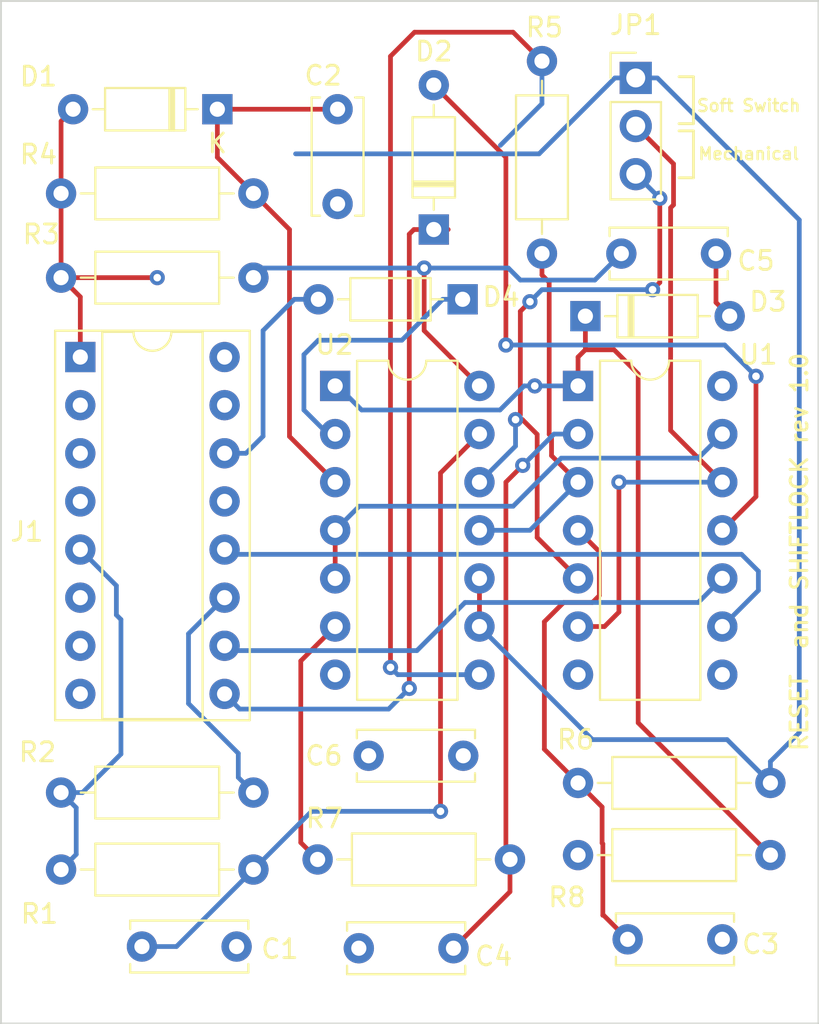
<source format=kicad_pcb>
(kicad_pcb (version 20171130) (host pcbnew "(5.1.5-0-10_14)")

  (general
    (thickness 1.6)
    (drawings 13)
    (tracks 197)
    (zones 0)
    (modules 22)
    (nets 28)
  )

  (page A4)
  (layers
    (0 F.Cu signal)
    (31 B.Cu signal)
    (32 B.Adhes user)
    (33 F.Adhes user)
    (34 B.Paste user)
    (35 F.Paste user)
    (36 B.SilkS user)
    (37 F.SilkS user)
    (38 B.Mask user)
    (39 F.Mask user)
    (40 Dwgs.User user)
    (41 Cmts.User user)
    (42 Eco1.User user)
    (43 Eco2.User user)
    (44 Edge.Cuts user)
    (45 Margin user)
    (46 B.CrtYd user)
    (47 F.CrtYd user)
    (48 B.Fab user)
    (49 F.Fab user)
  )

  (setup
    (last_trace_width 0.25)
    (trace_clearance 0.2)
    (zone_clearance 0.2032)
    (zone_45_only no)
    (trace_min 0.2)
    (via_size 0.8)
    (via_drill 0.4)
    (via_min_size 0.4)
    (via_min_drill 0.3)
    (uvia_size 0.3)
    (uvia_drill 0.1)
    (uvias_allowed no)
    (uvia_min_size 0.2)
    (uvia_min_drill 0.1)
    (edge_width 0.1)
    (segment_width 0.2)
    (pcb_text_width 0.3)
    (pcb_text_size 1.5 1.5)
    (mod_edge_width 0.15)
    (mod_text_size 1 1)
    (mod_text_width 0.15)
    (pad_size 1.524 1.524)
    (pad_drill 0.762)
    (pad_to_mask_clearance 0)
    (aux_axis_origin 0 0)
    (visible_elements FFFFEF7F)
    (pcbplotparams
      (layerselection 0x010fc_ffffffff)
      (usegerberextensions false)
      (usegerberattributes false)
      (usegerberadvancedattributes false)
      (creategerberjobfile false)
      (excludeedgelayer true)
      (linewidth 0.100000)
      (plotframeref false)
      (viasonmask false)
      (mode 1)
      (useauxorigin false)
      (hpglpennumber 1)
      (hpglpenspeed 20)
      (hpglpendiameter 15.000000)
      (psnegative false)
      (psa4output false)
      (plotreference true)
      (plotvalue true)
      (plotinvisibletext false)
      (padsonsilk false)
      (subtractmaskfromsilk false)
      (outputformat 1)
      (mirror false)
      (drillshape 0)
      (scaleselection 1)
      (outputdirectory "output-addon"))
  )

  (net 0 "")
  (net 1 GND)
  (net 2 /Break1)
  (net 3 Row0)
  (net 4 "Net-(JP1-Pad3)")
  (net 5 ShiftLockLED-)
  (net 6 /ShiftLock1)
  (net 7 ShifLockLED+)
  (net 8 ~RESET)
  (net 9 Col0)
  (net 10 "Net-(J1-Pad6)")
  (net 11 "Net-(J1-Pad13)")
  (net 12 "Net-(J1-Pad4)")
  (net 13 "Net-(J1-Pad2)")
  (net 14 "Net-(C1-Pad2)")
  (net 15 "Net-(C2-Pad1)")
  (net 16 "Net-(C3-Pad2)")
  (net 17 "Net-(C4-Pad1)")
  (net 18 "Net-(R5-Pad1)")
  (net 19 "Net-(R7-Pad2)")
  (net 20 "Net-(C5-Pad2)")
  (net 21 "Net-(D2-Pad2)")
  (net 22 "Net-(D3-Pad1)")
  (net 23 "Net-(JP1-Pad2)")
  (net 24 "Net-(JP1-Pad1)")
  (net 25 "Net-(R5-Pad2)")
  (net 26 "Net-(U1-Pad13)")
  (net 27 "Net-(D4-Pad1)")

  (net_class Default "This is the default net class."
    (clearance 0.2)
    (trace_width 0.25)
    (via_dia 0.8)
    (via_drill 0.4)
    (uvia_dia 0.3)
    (uvia_drill 0.1)
    (add_net /Break1)
    (add_net /ShiftLock1)
    (add_net Col0)
    (add_net GND)
    (add_net "Net-(C1-Pad2)")
    (add_net "Net-(C2-Pad1)")
    (add_net "Net-(C3-Pad2)")
    (add_net "Net-(C4-Pad1)")
    (add_net "Net-(C5-Pad2)")
    (add_net "Net-(D2-Pad2)")
    (add_net "Net-(D3-Pad1)")
    (add_net "Net-(D4-Pad1)")
    (add_net "Net-(J1-Pad13)")
    (add_net "Net-(J1-Pad2)")
    (add_net "Net-(J1-Pad4)")
    (add_net "Net-(J1-Pad6)")
    (add_net "Net-(JP1-Pad1)")
    (add_net "Net-(JP1-Pad2)")
    (add_net "Net-(JP1-Pad3)")
    (add_net "Net-(R5-Pad1)")
    (add_net "Net-(R5-Pad2)")
    (add_net "Net-(R7-Pad2)")
    (add_net "Net-(U1-Pad13)")
    (add_net Row0)
    (add_net ShifLockLED+)
    (add_net ShiftLockLED-)
    (add_net ~RESET)
  )

  (module Package_DIP:DIP-14_W7.62mm (layer F.Cu) (tedit 5A02E8C5) (tstamp 5EC6FC5D)
    (at 124.333 62.865)
    (descr "14-lead though-hole mounted DIP package, row spacing 7.62 mm (300 mils)")
    (tags "THT DIP DIL PDIP 2.54mm 7.62mm 300mil")
    (path /5FD482AC)
    (fp_text reference U2 (at -0.0381 -2.1717) (layer F.SilkS)
      (effects (font (size 1 1) (thickness 0.15)))
    )
    (fp_text value 74HC14 (at 3.81 17.57) (layer F.Fab)
      (effects (font (size 1 1) (thickness 0.15)))
    )
    (fp_text user %R (at 3.81 7.62) (layer F.Fab)
      (effects (font (size 1 1) (thickness 0.15)))
    )
    (fp_line (start 8.7 -1.55) (end -1.1 -1.55) (layer F.CrtYd) (width 0.05))
    (fp_line (start 8.7 16.8) (end 8.7 -1.55) (layer F.CrtYd) (width 0.05))
    (fp_line (start -1.1 16.8) (end 8.7 16.8) (layer F.CrtYd) (width 0.05))
    (fp_line (start -1.1 -1.55) (end -1.1 16.8) (layer F.CrtYd) (width 0.05))
    (fp_line (start 6.46 -1.33) (end 4.81 -1.33) (layer F.SilkS) (width 0.12))
    (fp_line (start 6.46 16.57) (end 6.46 -1.33) (layer F.SilkS) (width 0.12))
    (fp_line (start 1.16 16.57) (end 6.46 16.57) (layer F.SilkS) (width 0.12))
    (fp_line (start 1.16 -1.33) (end 1.16 16.57) (layer F.SilkS) (width 0.12))
    (fp_line (start 2.81 -1.33) (end 1.16 -1.33) (layer F.SilkS) (width 0.12))
    (fp_line (start 0.635 -0.27) (end 1.635 -1.27) (layer F.Fab) (width 0.1))
    (fp_line (start 0.635 16.51) (end 0.635 -0.27) (layer F.Fab) (width 0.1))
    (fp_line (start 6.985 16.51) (end 0.635 16.51) (layer F.Fab) (width 0.1))
    (fp_line (start 6.985 -1.27) (end 6.985 16.51) (layer F.Fab) (width 0.1))
    (fp_line (start 1.635 -1.27) (end 6.985 -1.27) (layer F.Fab) (width 0.1))
    (fp_arc (start 3.81 -1.33) (end 2.81 -1.33) (angle -180) (layer F.SilkS) (width 0.12))
    (pad 14 thru_hole oval (at 7.62 0) (size 1.6 1.6) (drill 0.8) (layers *.Cu *.Mask)
      (net 7 ShifLockLED+))
    (pad 7 thru_hole oval (at 0 15.24) (size 1.6 1.6) (drill 0.8) (layers *.Cu *.Mask)
      (net 1 GND))
    (pad 13 thru_hole oval (at 7.62 2.54) (size 1.6 1.6) (drill 0.8) (layers *.Cu *.Mask)
      (net 14 "Net-(C1-Pad2)"))
    (pad 6 thru_hole oval (at 0 12.7) (size 1.6 1.6) (drill 0.8) (layers *.Cu *.Mask)
      (net 19 "Net-(R7-Pad2)"))
    (pad 12 thru_hole oval (at 7.62 5.08) (size 1.6 1.6) (drill 0.8) (layers *.Cu *.Mask)
      (net 4 "Net-(JP1-Pad3)"))
    (pad 5 thru_hole oval (at 0 10.16) (size 1.6 1.6) (drill 0.8) (layers *.Cu *.Mask)
      (net 26 "Net-(U1-Pad13)"))
    (pad 11 thru_hole oval (at 7.62 7.62) (size 1.6 1.6) (drill 0.8) (layers *.Cu *.Mask)
      (net 18 "Net-(R5-Pad1)"))
    (pad 4 thru_hole oval (at 0 7.62) (size 1.6 1.6) (drill 0.8) (layers *.Cu *.Mask)
      (net 26 "Net-(U1-Pad13)"))
    (pad 10 thru_hole oval (at 7.62 10.16) (size 1.6 1.6) (drill 0.8) (layers *.Cu *.Mask)
      (net 24 "Net-(JP1-Pad1)"))
    (pad 3 thru_hole oval (at 0 5.08) (size 1.6 1.6) (drill 0.8) (layers *.Cu *.Mask)
      (net 15 "Net-(C2-Pad1)"))
    (pad 9 thru_hole oval (at 7.62 12.7) (size 1.6 1.6) (drill 0.8) (layers *.Cu *.Mask)
      (net 24 "Net-(JP1-Pad1)"))
    (pad 2 thru_hole oval (at 0 2.54) (size 1.6 1.6) (drill 0.8) (layers *.Cu *.Mask)
      (net 27 "Net-(D4-Pad1)"))
    (pad 8 thru_hole oval (at 7.62 15.24) (size 1.6 1.6) (drill 0.8) (layers *.Cu *.Mask)
      (net 25 "Net-(R5-Pad2)"))
    (pad 1 thru_hole rect (at 0 0) (size 1.6 1.6) (drill 0.8) (layers *.Cu *.Mask)
      (net 22 "Net-(D3-Pad1)"))
    (model ${KISYS3DMOD}/Package_DIP.3dshapes/DIP-14_W7.62mm.wrl
      (at (xyz 0 0 0))
      (scale (xyz 1 1 1))
      (rotate (xyz 0 0 0))
    )
  )

  (module Capacitor_THT:C_Disc_D6.0mm_W2.5mm_P5.00mm (layer F.Cu) (tedit 5AE50EF0) (tstamp 5EC6DFC4)
    (at 126.0983 82.3849)
    (descr "C, Disc series, Radial, pin pitch=5.00mm, , diameter*width=6*2.5mm^2, Capacitor, http://cdn-reichelt.de/documents/datenblatt/B300/DS_KERKO_TC.pdf")
    (tags "C Disc series Radial pin pitch 5.00mm  diameter 6mm width 2.5mm Capacitor")
    (path /5FCCE85D)
    (fp_text reference C6 (at -2.3622 0) (layer F.SilkS)
      (effects (font (size 1 1) (thickness 0.15)))
    )
    (fp_text value 0.1uF (at 1.25 3.5) (layer F.Fab)
      (effects (font (size 1 1) (thickness 0.15)))
    )
    (fp_text user %R (at 1.25 0) (layer F.Fab)
      (effects (font (size 0.9 0.9) (thickness 0.135)))
    )
    (fp_line (start 6.05 -1.5) (end -1.05 -1.5) (layer F.CrtYd) (width 0.05))
    (fp_line (start 6.05 1.5) (end 6.05 -1.5) (layer F.CrtYd) (width 0.05))
    (fp_line (start -1.05 1.5) (end 6.05 1.5) (layer F.CrtYd) (width 0.05))
    (fp_line (start -1.05 -1.5) (end -1.05 1.5) (layer F.CrtYd) (width 0.05))
    (fp_line (start 5.62 0.925) (end 5.62 1.37) (layer F.SilkS) (width 0.12))
    (fp_line (start 5.62 -1.37) (end 5.62 -0.925) (layer F.SilkS) (width 0.12))
    (fp_line (start -0.62 0.925) (end -0.62 1.37) (layer F.SilkS) (width 0.12))
    (fp_line (start -0.62 -1.37) (end -0.62 -0.925) (layer F.SilkS) (width 0.12))
    (fp_line (start -0.62 1.37) (end 5.62 1.37) (layer F.SilkS) (width 0.12))
    (fp_line (start -0.62 -1.37) (end 5.62 -1.37) (layer F.SilkS) (width 0.12))
    (fp_line (start 5.5 -1.25) (end -0.5 -1.25) (layer F.Fab) (width 0.1))
    (fp_line (start 5.5 1.25) (end 5.5 -1.25) (layer F.Fab) (width 0.1))
    (fp_line (start -0.5 1.25) (end 5.5 1.25) (layer F.Fab) (width 0.1))
    (fp_line (start -0.5 -1.25) (end -0.5 1.25) (layer F.Fab) (width 0.1))
    (pad 2 thru_hole circle (at 5 0) (size 1.6 1.6) (drill 0.8) (layers *.Cu *.Mask)
      (net 7 ShifLockLED+))
    (pad 1 thru_hole circle (at 0 0) (size 1.6 1.6) (drill 0.8) (layers *.Cu *.Mask)
      (net 1 GND))
    (model ${KISYS3DMOD}/Capacitor_THT.3dshapes/C_Disc_D6.0mm_W2.5mm_P5.00mm.wrl
      (at (xyz 0 0 0))
      (scale (xyz 1 1 1))
      (rotate (xyz 0 0 0))
    )
  )

  (module Diode_THT:D_DO-35_SOD27_P7.62mm_Horizontal (layer F.Cu) (tedit 5AE50CD5) (tstamp 5EC6BEE0)
    (at 131.064 58.293 180)
    (descr "Diode, DO-35_SOD27 series, Axial, Horizontal, pin pitch=7.62mm, , length*diameter=4*2mm^2, , http://www.diodes.com/_files/packages/DO-35.pdf")
    (tags "Diode DO-35_SOD27 series Axial Horizontal pin pitch 7.62mm  length 4mm diameter 2mm")
    (path /5FC99F09)
    (fp_text reference D4 (at -2.032 0.127) (layer F.SilkS)
      (effects (font (size 1 1) (thickness 0.15)))
    )
    (fp_text value 1N914 (at 3.81 2.12) (layer F.Fab)
      (effects (font (size 1 1) (thickness 0.15)))
    )
    (fp_text user K (at 0 -1.8) (layer F.SilkS) hide
      (effects (font (size 1 1) (thickness 0.15)))
    )
    (fp_text user K (at 0 -1.8) (layer F.Fab)
      (effects (font (size 1 1) (thickness 0.15)))
    )
    (fp_text user %R (at 4.11 0) (layer F.Fab)
      (effects (font (size 0.8 0.8) (thickness 0.12)))
    )
    (fp_line (start 8.67 -1.25) (end -1.05 -1.25) (layer F.CrtYd) (width 0.05))
    (fp_line (start 8.67 1.25) (end 8.67 -1.25) (layer F.CrtYd) (width 0.05))
    (fp_line (start -1.05 1.25) (end 8.67 1.25) (layer F.CrtYd) (width 0.05))
    (fp_line (start -1.05 -1.25) (end -1.05 1.25) (layer F.CrtYd) (width 0.05))
    (fp_line (start 2.29 -1.12) (end 2.29 1.12) (layer F.SilkS) (width 0.12))
    (fp_line (start 2.53 -1.12) (end 2.53 1.12) (layer F.SilkS) (width 0.12))
    (fp_line (start 2.41 -1.12) (end 2.41 1.12) (layer F.SilkS) (width 0.12))
    (fp_line (start 6.58 0) (end 5.93 0) (layer F.SilkS) (width 0.12))
    (fp_line (start 1.04 0) (end 1.69 0) (layer F.SilkS) (width 0.12))
    (fp_line (start 5.93 -1.12) (end 1.69 -1.12) (layer F.SilkS) (width 0.12))
    (fp_line (start 5.93 1.12) (end 5.93 -1.12) (layer F.SilkS) (width 0.12))
    (fp_line (start 1.69 1.12) (end 5.93 1.12) (layer F.SilkS) (width 0.12))
    (fp_line (start 1.69 -1.12) (end 1.69 1.12) (layer F.SilkS) (width 0.12))
    (fp_line (start 2.31 -1) (end 2.31 1) (layer F.Fab) (width 0.1))
    (fp_line (start 2.51 -1) (end 2.51 1) (layer F.Fab) (width 0.1))
    (fp_line (start 2.41 -1) (end 2.41 1) (layer F.Fab) (width 0.1))
    (fp_line (start 7.62 0) (end 5.81 0) (layer F.Fab) (width 0.1))
    (fp_line (start 0 0) (end 1.81 0) (layer F.Fab) (width 0.1))
    (fp_line (start 5.81 -1) (end 1.81 -1) (layer F.Fab) (width 0.1))
    (fp_line (start 5.81 1) (end 5.81 -1) (layer F.Fab) (width 0.1))
    (fp_line (start 1.81 1) (end 5.81 1) (layer F.Fab) (width 0.1))
    (fp_line (start 1.81 -1) (end 1.81 1) (layer F.Fab) (width 0.1))
    (pad 2 thru_hole oval (at 7.62 0 180) (size 1.6 1.6) (drill 0.8) (layers *.Cu *.Mask)
      (net 8 ~RESET))
    (pad 1 thru_hole rect (at 0 0 180) (size 1.6 1.6) (drill 0.8) (layers *.Cu *.Mask)
      (net 27 "Net-(D4-Pad1)"))
    (model ${KISYS3DMOD}/Diode_THT.3dshapes/D_DO-35_SOD27_P7.62mm_Horizontal.wrl
      (at (xyz 0 0 0))
      (scale (xyz 1 1 1))
      (rotate (xyz 0 0 0))
    )
  )

  (module Capacitor_THT:C_Disc_D6.0mm_W2.5mm_P5.00mm (layer F.Cu) (tedit 5AE50EF0) (tstamp 5EA105D6)
    (at 139.446 55.88)
    (descr "C, Disc series, Radial, pin pitch=5.00mm, , diameter*width=6*2.5mm^2, Capacitor, http://cdn-reichelt.de/documents/datenblatt/B300/DS_KERKO_TC.pdf")
    (tags "C Disc series Radial pin pitch 5.00mm  diameter 6mm width 2.5mm Capacitor")
    (path /61F61D11)
    (fp_text reference C5 (at 7.112 0.381) (layer F.SilkS)
      (effects (font (size 1 1) (thickness 0.15)))
    )
    (fp_text value 0.33uF (at 1.25 3.5) (layer F.Fab)
      (effects (font (size 1 1) (thickness 0.15)))
    )
    (fp_text user %R (at 1.25 0) (layer F.Fab)
      (effects (font (size 0.9 0.9) (thickness 0.135)))
    )
    (fp_line (start 6.05 -1.5) (end -1.05 -1.5) (layer F.CrtYd) (width 0.05))
    (fp_line (start 6.05 1.5) (end 6.05 -1.5) (layer F.CrtYd) (width 0.05))
    (fp_line (start -1.05 1.5) (end 6.05 1.5) (layer F.CrtYd) (width 0.05))
    (fp_line (start -1.05 -1.5) (end -1.05 1.5) (layer F.CrtYd) (width 0.05))
    (fp_line (start 5.62 0.925) (end 5.62 1.37) (layer F.SilkS) (width 0.12))
    (fp_line (start 5.62 -1.37) (end 5.62 -0.925) (layer F.SilkS) (width 0.12))
    (fp_line (start -0.62 0.925) (end -0.62 1.37) (layer F.SilkS) (width 0.12))
    (fp_line (start -0.62 -1.37) (end -0.62 -0.925) (layer F.SilkS) (width 0.12))
    (fp_line (start -0.62 1.37) (end 5.62 1.37) (layer F.SilkS) (width 0.12))
    (fp_line (start -0.62 -1.37) (end 5.62 -1.37) (layer F.SilkS) (width 0.12))
    (fp_line (start 5.5 -1.25) (end -0.5 -1.25) (layer F.Fab) (width 0.1))
    (fp_line (start 5.5 1.25) (end 5.5 -1.25) (layer F.Fab) (width 0.1))
    (fp_line (start -0.5 1.25) (end 5.5 1.25) (layer F.Fab) (width 0.1))
    (fp_line (start -0.5 -1.25) (end -0.5 1.25) (layer F.Fab) (width 0.1))
    (pad 2 thru_hole circle (at 5 0) (size 1.6 1.6) (drill 0.8) (layers *.Cu *.Mask)
      (net 20 "Net-(C5-Pad2)"))
    (pad 1 thru_hole circle (at 0 0) (size 1.6 1.6) (drill 0.8) (layers *.Cu *.Mask)
      (net 7 ShifLockLED+))
    (model ${KISYS3DMOD}/Capacitor_THT.3dshapes/C_Disc_D6.0mm_W2.5mm_P5.00mm.wrl
      (at (xyz 0 0 0))
      (scale (xyz 1 1 1))
      (rotate (xyz 0 0 0))
    )
  )

  (module Capacitor_THT:C_Disc_D6.0mm_W2.5mm_P5.00mm (layer F.Cu) (tedit 5AE50EF0) (tstamp 5E9F9DF9)
    (at 130.5814 92.5449 180)
    (descr "C, Disc series, Radial, pin pitch=5.00mm, , diameter*width=6*2.5mm^2, Capacitor, http://cdn-reichelt.de/documents/datenblatt/B300/DS_KERKO_TC.pdf")
    (tags "C Disc series Radial pin pitch 5.00mm  diameter 6mm width 2.5mm Capacitor")
    (path /61431129)
    (fp_text reference C4 (at -2.1209 -0.4191) (layer F.SilkS)
      (effects (font (size 1 1) (thickness 0.15)))
    )
    (fp_text value 0.1uF (at 1.25 3.5) (layer F.Fab) hide
      (effects (font (size 1 1) (thickness 0.15)))
    )
    (fp_text user %R (at 1.25 0) (layer F.Fab)
      (effects (font (size 0.9 0.9) (thickness 0.135)))
    )
    (fp_line (start 6.05 -1.5) (end -1.05 -1.5) (layer F.CrtYd) (width 0.05))
    (fp_line (start 6.05 1.5) (end 6.05 -1.5) (layer F.CrtYd) (width 0.05))
    (fp_line (start -1.05 1.5) (end 6.05 1.5) (layer F.CrtYd) (width 0.05))
    (fp_line (start -1.05 -1.5) (end -1.05 1.5) (layer F.CrtYd) (width 0.05))
    (fp_line (start 5.62 0.925) (end 5.62 1.37) (layer F.SilkS) (width 0.12))
    (fp_line (start 5.62 -1.37) (end 5.62 -0.925) (layer F.SilkS) (width 0.12))
    (fp_line (start -0.62 0.925) (end -0.62 1.37) (layer F.SilkS) (width 0.12))
    (fp_line (start -0.62 -1.37) (end -0.62 -0.925) (layer F.SilkS) (width 0.12))
    (fp_line (start -0.62 1.37) (end 5.62 1.37) (layer F.SilkS) (width 0.12))
    (fp_line (start -0.62 -1.37) (end 5.62 -1.37) (layer F.SilkS) (width 0.12))
    (fp_line (start 5.5 -1.25) (end -0.5 -1.25) (layer F.Fab) (width 0.1))
    (fp_line (start 5.5 1.25) (end 5.5 -1.25) (layer F.Fab) (width 0.1))
    (fp_line (start -0.5 1.25) (end 5.5 1.25) (layer F.Fab) (width 0.1))
    (fp_line (start -0.5 -1.25) (end -0.5 1.25) (layer F.Fab) (width 0.1))
    (pad 2 thru_hole circle (at 5 0 180) (size 1.6 1.6) (drill 0.8) (layers *.Cu *.Mask)
      (net 1 GND))
    (pad 1 thru_hole circle (at 0 0 180) (size 1.6 1.6) (drill 0.8) (layers *.Cu *.Mask)
      (net 17 "Net-(C4-Pad1)"))
    (model ${KISYS3DMOD}/Capacitor_THT.3dshapes/C_Disc_D6.0mm_W2.5mm_P5.00mm.wrl
      (at (xyz 0 0 0))
      (scale (xyz 1 1 1))
      (rotate (xyz 0 0 0))
    )
  )

  (module Capacitor_THT:C_Disc_D6.0mm_W2.5mm_P5.00mm (layer F.Cu) (tedit 5AE50EF0) (tstamp 5E9F9DEB)
    (at 144.78 92.075 180)
    (descr "C, Disc series, Radial, pin pitch=5.00mm, , diameter*width=6*2.5mm^2, Capacitor, http://cdn-reichelt.de/documents/datenblatt/B300/DS_KERKO_TC.pdf")
    (tags "C Disc series Radial pin pitch 5.00mm  diameter 6mm width 2.5mm Capacitor")
    (path /60FCB99A)
    (fp_text reference C3 (at -2.032 -0.254) (layer F.SilkS)
      (effects (font (size 1 1) (thickness 0.15)))
    )
    (fp_text value 0.1uF (at 1.25 3.5) (layer F.Fab)
      (effects (font (size 1 1) (thickness 0.15)))
    )
    (fp_text user %R (at 1.25 0) (layer F.Fab)
      (effects (font (size 0.9 0.9) (thickness 0.135)))
    )
    (fp_line (start 6.05 -1.5) (end -1.05 -1.5) (layer F.CrtYd) (width 0.05))
    (fp_line (start 6.05 1.5) (end 6.05 -1.5) (layer F.CrtYd) (width 0.05))
    (fp_line (start -1.05 1.5) (end 6.05 1.5) (layer F.CrtYd) (width 0.05))
    (fp_line (start -1.05 -1.5) (end -1.05 1.5) (layer F.CrtYd) (width 0.05))
    (fp_line (start 5.62 0.925) (end 5.62 1.37) (layer F.SilkS) (width 0.12))
    (fp_line (start 5.62 -1.37) (end 5.62 -0.925) (layer F.SilkS) (width 0.12))
    (fp_line (start -0.62 0.925) (end -0.62 1.37) (layer F.SilkS) (width 0.12))
    (fp_line (start -0.62 -1.37) (end -0.62 -0.925) (layer F.SilkS) (width 0.12))
    (fp_line (start -0.62 1.37) (end 5.62 1.37) (layer F.SilkS) (width 0.12))
    (fp_line (start -0.62 -1.37) (end 5.62 -1.37) (layer F.SilkS) (width 0.12))
    (fp_line (start 5.5 -1.25) (end -0.5 -1.25) (layer F.Fab) (width 0.1))
    (fp_line (start 5.5 1.25) (end 5.5 -1.25) (layer F.Fab) (width 0.1))
    (fp_line (start -0.5 1.25) (end 5.5 1.25) (layer F.Fab) (width 0.1))
    (fp_line (start -0.5 -1.25) (end -0.5 1.25) (layer F.Fab) (width 0.1))
    (pad 2 thru_hole circle (at 5 0 180) (size 1.6 1.6) (drill 0.8) (layers *.Cu *.Mask)
      (net 16 "Net-(C3-Pad2)"))
    (pad 1 thru_hole circle (at 0 0 180) (size 1.6 1.6) (drill 0.8) (layers *.Cu *.Mask)
      (net 1 GND))
    (model ${KISYS3DMOD}/Capacitor_THT.3dshapes/C_Disc_D6.0mm_W2.5mm_P5.00mm.wrl
      (at (xyz 0 0 0))
      (scale (xyz 1 1 1))
      (rotate (xyz 0 0 0))
    )
  )

  (module Capacitor_THT:C_Disc_D6.0mm_W2.5mm_P5.00mm (layer F.Cu) (tedit 5AE50EF0) (tstamp 5E9FC484)
    (at 124.46 48.26 270)
    (descr "C, Disc series, Radial, pin pitch=5.00mm, , diameter*width=6*2.5mm^2, Capacitor, http://cdn-reichelt.de/documents/datenblatt/B300/DS_KERKO_TC.pdf")
    (tags "C Disc series Radial pin pitch 5.00mm  diameter 6mm width 2.5mm Capacitor")
    (path /60FF7386)
    (fp_text reference C2 (at -1.778 0.762 180) (layer F.SilkS)
      (effects (font (size 1 1) (thickness 0.15)))
    )
    (fp_text value 6.8uF (at 1.25 3.5 90) (layer F.Fab)
      (effects (font (size 1 1) (thickness 0.15)))
    )
    (fp_text user %R (at 1.25 0 90) (layer F.Fab)
      (effects (font (size 0.9 0.9) (thickness 0.135)))
    )
    (fp_line (start 6.05 -1.5) (end -1.05 -1.5) (layer F.CrtYd) (width 0.05))
    (fp_line (start 6.05 1.5) (end 6.05 -1.5) (layer F.CrtYd) (width 0.05))
    (fp_line (start -1.05 1.5) (end 6.05 1.5) (layer F.CrtYd) (width 0.05))
    (fp_line (start -1.05 -1.5) (end -1.05 1.5) (layer F.CrtYd) (width 0.05))
    (fp_line (start 5.62 0.925) (end 5.62 1.37) (layer F.SilkS) (width 0.12))
    (fp_line (start 5.62 -1.37) (end 5.62 -0.925) (layer F.SilkS) (width 0.12))
    (fp_line (start -0.62 0.925) (end -0.62 1.37) (layer F.SilkS) (width 0.12))
    (fp_line (start -0.62 -1.37) (end -0.62 -0.925) (layer F.SilkS) (width 0.12))
    (fp_line (start -0.62 1.37) (end 5.62 1.37) (layer F.SilkS) (width 0.12))
    (fp_line (start -0.62 -1.37) (end 5.62 -1.37) (layer F.SilkS) (width 0.12))
    (fp_line (start 5.5 -1.25) (end -0.5 -1.25) (layer F.Fab) (width 0.1))
    (fp_line (start 5.5 1.25) (end 5.5 -1.25) (layer F.Fab) (width 0.1))
    (fp_line (start -0.5 1.25) (end 5.5 1.25) (layer F.Fab) (width 0.1))
    (fp_line (start -0.5 -1.25) (end -0.5 1.25) (layer F.Fab) (width 0.1))
    (pad 2 thru_hole circle (at 5 0 270) (size 1.6 1.6) (drill 0.8) (layers *.Cu *.Mask)
      (net 1 GND))
    (pad 1 thru_hole circle (at 0 0 270) (size 1.6 1.6) (drill 0.8) (layers *.Cu *.Mask)
      (net 15 "Net-(C2-Pad1)"))
    (model ${KISYS3DMOD}/Capacitor_THT.3dshapes/C_Disc_D6.0mm_W2.5mm_P5.00mm.wrl
      (at (xyz 0 0 0))
      (scale (xyz 1 1 1))
      (rotate (xyz 0 0 0))
    )
  )

  (module Capacitor_THT:C_Disc_D6.0mm_W2.5mm_P5.00mm (layer F.Cu) (tedit 5AE50EF0) (tstamp 5E9F9DCF)
    (at 119.126 92.456 180)
    (descr "C, Disc series, Radial, pin pitch=5.00mm, , diameter*width=6*2.5mm^2, Capacitor, http://cdn-reichelt.de/documents/datenblatt/B300/DS_KERKO_TC.pdf")
    (tags "C Disc series Radial pin pitch 5.00mm  diameter 6mm width 2.5mm Capacitor")
    (path /6106E29B)
    (fp_text reference C1 (at -2.286 -0.127) (layer F.SilkS)
      (effects (font (size 1 1) (thickness 0.15)))
    )
    (fp_text value 0.33uF (at 1.25 3.5) (layer F.Fab)
      (effects (font (size 1 1) (thickness 0.15)))
    )
    (fp_text user %R (at 1.25 0) (layer F.Fab)
      (effects (font (size 0.9 0.9) (thickness 0.135)))
    )
    (fp_line (start 6.05 -1.5) (end -1.05 -1.5) (layer F.CrtYd) (width 0.05))
    (fp_line (start 6.05 1.5) (end 6.05 -1.5) (layer F.CrtYd) (width 0.05))
    (fp_line (start -1.05 1.5) (end 6.05 1.5) (layer F.CrtYd) (width 0.05))
    (fp_line (start -1.05 -1.5) (end -1.05 1.5) (layer F.CrtYd) (width 0.05))
    (fp_line (start 5.62 0.925) (end 5.62 1.37) (layer F.SilkS) (width 0.12))
    (fp_line (start 5.62 -1.37) (end 5.62 -0.925) (layer F.SilkS) (width 0.12))
    (fp_line (start -0.62 0.925) (end -0.62 1.37) (layer F.SilkS) (width 0.12))
    (fp_line (start -0.62 -1.37) (end -0.62 -0.925) (layer F.SilkS) (width 0.12))
    (fp_line (start -0.62 1.37) (end 5.62 1.37) (layer F.SilkS) (width 0.12))
    (fp_line (start -0.62 -1.37) (end 5.62 -1.37) (layer F.SilkS) (width 0.12))
    (fp_line (start 5.5 -1.25) (end -0.5 -1.25) (layer F.Fab) (width 0.1))
    (fp_line (start 5.5 1.25) (end 5.5 -1.25) (layer F.Fab) (width 0.1))
    (fp_line (start -0.5 1.25) (end 5.5 1.25) (layer F.Fab) (width 0.1))
    (fp_line (start -0.5 -1.25) (end -0.5 1.25) (layer F.Fab) (width 0.1))
    (pad 2 thru_hole circle (at 5 0 180) (size 1.6 1.6) (drill 0.8) (layers *.Cu *.Mask)
      (net 14 "Net-(C1-Pad2)"))
    (pad 1 thru_hole circle (at 0 0 180) (size 1.6 1.6) (drill 0.8) (layers *.Cu *.Mask)
      (net 1 GND))
    (model ${KISYS3DMOD}/Capacitor_THT.3dshapes/C_Disc_D6.0mm_W2.5mm_P5.00mm.wrl
      (at (xyz 0 0 0))
      (scale (xyz 1 1 1))
      (rotate (xyz 0 0 0))
    )
  )

  (module Diode_THT:D_DO-35_SOD27_P7.62mm_Horizontal (layer F.Cu) (tedit 5AE50CD5) (tstamp 5EA10174)
    (at 137.547712 59.182)
    (descr "Diode, DO-35_SOD27 series, Axial, Horizontal, pin pitch=7.62mm, , length*diameter=4*2mm^2, , http://www.diodes.com/_files/packages/DO-35.pdf")
    (tags "Diode DO-35_SOD27 series Axial Horizontal pin pitch 7.62mm  length 4mm diameter 2mm")
    (path /61F5D2C9)
    (fp_text reference D3 (at 9.645288 -0.762) (layer F.SilkS)
      (effects (font (size 1 1) (thickness 0.15)))
    )
    (fp_text value 1N914 (at 3.81 2.12) (layer F.Fab)
      (effects (font (size 1 1) (thickness 0.15)))
    )
    (fp_text user K (at 0 -1.8) (layer F.SilkS) hide
      (effects (font (size 1 1) (thickness 0.15)))
    )
    (fp_text user K (at 0 -1.8) (layer F.Fab)
      (effects (font (size 1 1) (thickness 0.15)))
    )
    (fp_text user %R (at 4.11 0) (layer F.Fab)
      (effects (font (size 0.8 0.8) (thickness 0.12)))
    )
    (fp_line (start 8.67 -1.25) (end -1.05 -1.25) (layer F.CrtYd) (width 0.05))
    (fp_line (start 8.67 1.25) (end 8.67 -1.25) (layer F.CrtYd) (width 0.05))
    (fp_line (start -1.05 1.25) (end 8.67 1.25) (layer F.CrtYd) (width 0.05))
    (fp_line (start -1.05 -1.25) (end -1.05 1.25) (layer F.CrtYd) (width 0.05))
    (fp_line (start 2.29 -1.12) (end 2.29 1.12) (layer F.SilkS) (width 0.12))
    (fp_line (start 2.53 -1.12) (end 2.53 1.12) (layer F.SilkS) (width 0.12))
    (fp_line (start 2.41 -1.12) (end 2.41 1.12) (layer F.SilkS) (width 0.12))
    (fp_line (start 6.58 0) (end 5.93 0) (layer F.SilkS) (width 0.12))
    (fp_line (start 1.04 0) (end 1.69 0) (layer F.SilkS) (width 0.12))
    (fp_line (start 5.93 -1.12) (end 1.69 -1.12) (layer F.SilkS) (width 0.12))
    (fp_line (start 5.93 1.12) (end 5.93 -1.12) (layer F.SilkS) (width 0.12))
    (fp_line (start 1.69 1.12) (end 5.93 1.12) (layer F.SilkS) (width 0.12))
    (fp_line (start 1.69 -1.12) (end 1.69 1.12) (layer F.SilkS) (width 0.12))
    (fp_line (start 2.31 -1) (end 2.31 1) (layer F.Fab) (width 0.1))
    (fp_line (start 2.51 -1) (end 2.51 1) (layer F.Fab) (width 0.1))
    (fp_line (start 2.41 -1) (end 2.41 1) (layer F.Fab) (width 0.1))
    (fp_line (start 7.62 0) (end 5.81 0) (layer F.Fab) (width 0.1))
    (fp_line (start 0 0) (end 1.81 0) (layer F.Fab) (width 0.1))
    (fp_line (start 5.81 -1) (end 1.81 -1) (layer F.Fab) (width 0.1))
    (fp_line (start 5.81 1) (end 5.81 -1) (layer F.Fab) (width 0.1))
    (fp_line (start 1.81 1) (end 5.81 1) (layer F.Fab) (width 0.1))
    (fp_line (start 1.81 -1) (end 1.81 1) (layer F.Fab) (width 0.1))
    (pad 2 thru_hole oval (at 7.62 0) (size 1.6 1.6) (drill 0.8) (layers *.Cu *.Mask)
      (net 20 "Net-(C5-Pad2)"))
    (pad 1 thru_hole rect (at 0 0) (size 1.6 1.6) (drill 0.8) (layers *.Cu *.Mask)
      (net 22 "Net-(D3-Pad1)"))
    (model ${KISYS3DMOD}/Diode_THT.3dshapes/D_DO-35_SOD27_P7.62mm_Horizontal.wrl
      (at (xyz 0 0 0))
      (scale (xyz 1 1 1))
      (rotate (xyz 0 0 0))
    )
  )

  (module Connector_PinHeader_2.54mm:PinHeader_1x03_P2.54mm_Vertical (layer F.Cu) (tedit 59FED5CC) (tstamp 5E9FBDA3)
    (at 140.208 46.609)
    (descr "Through hole straight pin header, 1x03, 2.54mm pitch, single row")
    (tags "Through hole pin header THT 1x03 2.54mm single row")
    (path /6120B4E1)
    (fp_text reference JP1 (at 0 -2.794) (layer F.SilkS)
      (effects (font (size 1 1) (thickness 0.15)))
    )
    (fp_text value Jumper_3_Open (at 0 7.41) (layer F.Fab)
      (effects (font (size 1 1) (thickness 0.15)))
    )
    (fp_text user %R (at 0 2.54 90) (layer F.Fab)
      (effects (font (size 1 1) (thickness 0.15)))
    )
    (fp_line (start 1.8 -1.8) (end -1.8 -1.8) (layer F.CrtYd) (width 0.05))
    (fp_line (start 1.8 6.85) (end 1.8 -1.8) (layer F.CrtYd) (width 0.05))
    (fp_line (start -1.8 6.85) (end 1.8 6.85) (layer F.CrtYd) (width 0.05))
    (fp_line (start -1.8 -1.8) (end -1.8 6.85) (layer F.CrtYd) (width 0.05))
    (fp_line (start -1.33 -1.33) (end 0 -1.33) (layer F.SilkS) (width 0.12))
    (fp_line (start -1.33 0) (end -1.33 -1.33) (layer F.SilkS) (width 0.12))
    (fp_line (start -1.33 1.27) (end 1.33 1.27) (layer F.SilkS) (width 0.12))
    (fp_line (start 1.33 1.27) (end 1.33 6.41) (layer F.SilkS) (width 0.12))
    (fp_line (start -1.33 1.27) (end -1.33 6.41) (layer F.SilkS) (width 0.12))
    (fp_line (start -1.33 6.41) (end 1.33 6.41) (layer F.SilkS) (width 0.12))
    (fp_line (start -1.27 -0.635) (end -0.635 -1.27) (layer F.Fab) (width 0.1))
    (fp_line (start -1.27 6.35) (end -1.27 -0.635) (layer F.Fab) (width 0.1))
    (fp_line (start 1.27 6.35) (end -1.27 6.35) (layer F.Fab) (width 0.1))
    (fp_line (start 1.27 -1.27) (end 1.27 6.35) (layer F.Fab) (width 0.1))
    (fp_line (start -0.635 -1.27) (end 1.27 -1.27) (layer F.Fab) (width 0.1))
    (pad 3 thru_hole oval (at 0 5.08) (size 1.7 1.7) (drill 1) (layers *.Cu *.Mask)
      (net 4 "Net-(JP1-Pad3)"))
    (pad 2 thru_hole oval (at 0 2.54) (size 1.7 1.7) (drill 1) (layers *.Cu *.Mask)
      (net 23 "Net-(JP1-Pad2)"))
    (pad 1 thru_hole rect (at 0 0) (size 1.7 1.7) (drill 1) (layers *.Cu *.Mask)
      (net 24 "Net-(JP1-Pad1)"))
    (model ${KISYS3DMOD}/Connector_PinHeader_2.54mm.3dshapes/PinHeader_1x03_P2.54mm_Vertical.wrl
      (at (xyz 0 0 0))
      (scale (xyz 1 1 1))
      (rotate (xyz 0 0 0))
    )
  )

  (module Package_DIP:DIP-16_W7.62mm_Socket (layer F.Cu) (tedit 5A02E8C5) (tstamp 5EC6E427)
    (at 110.871 61.341)
    (descr "16-lead though-hole mounted DIP package, row spacing 7.62 mm (300 mils), Socket")
    (tags "THT DIP DIL PDIP 2.54mm 7.62mm 300mil Socket")
    (path /61D7A2C5)
    (fp_text reference J1 (at -2.8194 9.2202) (layer F.SilkS)
      (effects (font (size 1 1) (thickness 0.15)))
    )
    (fp_text value Conn_01x16 (at 3.81 20.11) (layer F.Fab)
      (effects (font (size 1 1) (thickness 0.15)))
    )
    (fp_text user %R (at 3.81 8.89) (layer F.Fab)
      (effects (font (size 1 1) (thickness 0.15)))
    )
    (fp_line (start 9.15 -1.6) (end -1.55 -1.6) (layer F.CrtYd) (width 0.05))
    (fp_line (start 9.15 19.4) (end 9.15 -1.6) (layer F.CrtYd) (width 0.05))
    (fp_line (start -1.55 19.4) (end 9.15 19.4) (layer F.CrtYd) (width 0.05))
    (fp_line (start -1.55 -1.6) (end -1.55 19.4) (layer F.CrtYd) (width 0.05))
    (fp_line (start 8.95 -1.39) (end -1.33 -1.39) (layer F.SilkS) (width 0.12))
    (fp_line (start 8.95 19.17) (end 8.95 -1.39) (layer F.SilkS) (width 0.12))
    (fp_line (start -1.33 19.17) (end 8.95 19.17) (layer F.SilkS) (width 0.12))
    (fp_line (start -1.33 -1.39) (end -1.33 19.17) (layer F.SilkS) (width 0.12))
    (fp_line (start 6.46 -1.33) (end 4.81 -1.33) (layer F.SilkS) (width 0.12))
    (fp_line (start 6.46 19.11) (end 6.46 -1.33) (layer F.SilkS) (width 0.12))
    (fp_line (start 1.16 19.11) (end 6.46 19.11) (layer F.SilkS) (width 0.12))
    (fp_line (start 1.16 -1.33) (end 1.16 19.11) (layer F.SilkS) (width 0.12))
    (fp_line (start 2.81 -1.33) (end 1.16 -1.33) (layer F.SilkS) (width 0.12))
    (fp_line (start 8.89 -1.33) (end -1.27 -1.33) (layer F.Fab) (width 0.1))
    (fp_line (start 8.89 19.11) (end 8.89 -1.33) (layer F.Fab) (width 0.1))
    (fp_line (start -1.27 19.11) (end 8.89 19.11) (layer F.Fab) (width 0.1))
    (fp_line (start -1.27 -1.33) (end -1.27 19.11) (layer F.Fab) (width 0.1))
    (fp_line (start 0.635 -0.27) (end 1.635 -1.27) (layer F.Fab) (width 0.1))
    (fp_line (start 0.635 19.05) (end 0.635 -0.27) (layer F.Fab) (width 0.1))
    (fp_line (start 6.985 19.05) (end 0.635 19.05) (layer F.Fab) (width 0.1))
    (fp_line (start 6.985 -1.27) (end 6.985 19.05) (layer F.Fab) (width 0.1))
    (fp_line (start 1.635 -1.27) (end 6.985 -1.27) (layer F.Fab) (width 0.1))
    (fp_arc (start 3.81 -1.33) (end 2.81 -1.33) (angle -180) (layer F.SilkS) (width 0.12))
    (pad 16 thru_hole oval (at 7.62 0) (size 1.6 1.6) (drill 0.8) (layers *.Cu *.Mask)
      (net 7 ShifLockLED+))
    (pad 8 thru_hole oval (at 0 17.78) (size 1.6 1.6) (drill 0.8) (layers *.Cu *.Mask)
      (net 1 GND))
    (pad 15 thru_hole oval (at 7.62 2.54) (size 1.6 1.6) (drill 0.8) (layers *.Cu *.Mask)
      (net 1 GND))
    (pad 7 thru_hole oval (at 0 15.24) (size 1.6 1.6) (drill 0.8) (layers *.Cu *.Mask)
      (net 1 GND))
    (pad 14 thru_hole oval (at 7.62 5.08) (size 1.6 1.6) (drill 0.8) (layers *.Cu *.Mask)
      (net 8 ~RESET))
    (pad 6 thru_hole oval (at 0 12.7) (size 1.6 1.6) (drill 0.8) (layers *.Cu *.Mask)
      (net 10 "Net-(J1-Pad6)"))
    (pad 13 thru_hole oval (at 7.62 7.62) (size 1.6 1.6) (drill 0.8) (layers *.Cu *.Mask)
      (net 11 "Net-(J1-Pad13)"))
    (pad 5 thru_hole oval (at 0 10.16) (size 1.6 1.6) (drill 0.8) (layers *.Cu *.Mask)
      (net 6 /ShiftLock1))
    (pad 12 thru_hole oval (at 7.62 10.16) (size 1.6 1.6) (drill 0.8) (layers *.Cu *.Mask)
      (net 5 ShiftLockLED-))
    (pad 4 thru_hole oval (at 0 7.62) (size 1.6 1.6) (drill 0.8) (layers *.Cu *.Mask)
      (net 12 "Net-(J1-Pad4)"))
    (pad 11 thru_hole oval (at 7.62 12.7) (size 1.6 1.6) (drill 0.8) (layers *.Cu *.Mask)
      (net 7 ShifLockLED+))
    (pad 3 thru_hole oval (at 0 5.08) (size 1.6 1.6) (drill 0.8) (layers *.Cu *.Mask)
      (net 1 GND))
    (pad 10 thru_hole oval (at 7.62 15.24) (size 1.6 1.6) (drill 0.8) (layers *.Cu *.Mask)
      (net 9 Col0))
    (pad 2 thru_hole oval (at 0 2.54) (size 1.6 1.6) (drill 0.8) (layers *.Cu *.Mask)
      (net 13 "Net-(J1-Pad2)"))
    (pad 9 thru_hole oval (at 7.62 17.78) (size 1.6 1.6) (drill 0.8) (layers *.Cu *.Mask)
      (net 3 Row0))
    (pad 1 thru_hole rect (at 0 0) (size 1.6 1.6) (drill 0.8) (layers *.Cu *.Mask)
      (net 2 /Break1))
    (model ${KISYS3DMOD}/Package_DIP.3dshapes/DIP-16_W7.62mm_Socket.wrl
      (at (xyz 0 0 0))
      (scale (xyz 1 1 1))
      (rotate (xyz 0 0 0))
    )
  )

  (module Package_DIP:DIP-14_W7.62mm (layer F.Cu) (tedit 5A02E8C5) (tstamp 5E9F9FB3)
    (at 137.16 62.865)
    (descr "14-lead though-hole mounted DIP package, row spacing 7.62 mm (300 mils)")
    (tags "THT DIP DIL PDIP 2.54mm 7.62mm 300mil")
    (path /60FFF569)
    (fp_text reference U1 (at 9.525 -1.651) (layer F.SilkS)
      (effects (font (size 1 1) (thickness 0.15)))
    )
    (fp_text value 4066 (at 3.81 17.57) (layer F.Fab)
      (effects (font (size 1 1) (thickness 0.15)))
    )
    (fp_text user %R (at 3.81 7.62) (layer F.Fab)
      (effects (font (size 1 1) (thickness 0.15)))
    )
    (fp_line (start 8.7 -1.55) (end -1.1 -1.55) (layer F.CrtYd) (width 0.05))
    (fp_line (start 8.7 16.8) (end 8.7 -1.55) (layer F.CrtYd) (width 0.05))
    (fp_line (start -1.1 16.8) (end 8.7 16.8) (layer F.CrtYd) (width 0.05))
    (fp_line (start -1.1 -1.55) (end -1.1 16.8) (layer F.CrtYd) (width 0.05))
    (fp_line (start 6.46 -1.33) (end 4.81 -1.33) (layer F.SilkS) (width 0.12))
    (fp_line (start 6.46 16.57) (end 6.46 -1.33) (layer F.SilkS) (width 0.12))
    (fp_line (start 1.16 16.57) (end 6.46 16.57) (layer F.SilkS) (width 0.12))
    (fp_line (start 1.16 -1.33) (end 1.16 16.57) (layer F.SilkS) (width 0.12))
    (fp_line (start 2.81 -1.33) (end 1.16 -1.33) (layer F.SilkS) (width 0.12))
    (fp_line (start 0.635 -0.27) (end 1.635 -1.27) (layer F.Fab) (width 0.1))
    (fp_line (start 0.635 16.51) (end 0.635 -0.27) (layer F.Fab) (width 0.1))
    (fp_line (start 6.985 16.51) (end 0.635 16.51) (layer F.Fab) (width 0.1))
    (fp_line (start 6.985 -1.27) (end 6.985 16.51) (layer F.Fab) (width 0.1))
    (fp_line (start 1.635 -1.27) (end 6.985 -1.27) (layer F.Fab) (width 0.1))
    (fp_arc (start 3.81 -1.33) (end 2.81 -1.33) (angle -180) (layer F.SilkS) (width 0.12))
    (pad 14 thru_hole oval (at 7.62 0) (size 1.6 1.6) (drill 0.8) (layers *.Cu *.Mask)
      (net 7 ShifLockLED+))
    (pad 7 thru_hole oval (at 0 15.24) (size 1.6 1.6) (drill 0.8) (layers *.Cu *.Mask)
      (net 1 GND))
    (pad 13 thru_hole oval (at 7.62 2.54) (size 1.6 1.6) (drill 0.8) (layers *.Cu *.Mask)
      (net 26 "Net-(U1-Pad13)"))
    (pad 6 thru_hole oval (at 0 12.7) (size 1.6 1.6) (drill 0.8) (layers *.Cu *.Mask)
      (net 23 "Net-(JP1-Pad2)"))
    (pad 12 thru_hole oval (at 7.62 5.08) (size 1.6 1.6) (drill 0.8) (layers *.Cu *.Mask)
      (net 23 "Net-(JP1-Pad2)"))
    (pad 5 thru_hole oval (at 0 10.16) (size 1.6 1.6) (drill 0.8) (layers *.Cu *.Mask)
      (net 4 "Net-(JP1-Pad3)"))
    (pad 11 thru_hole oval (at 7.62 7.62) (size 1.6 1.6) (drill 0.8) (layers *.Cu *.Mask)
      (net 21 "Net-(D2-Pad2)"))
    (pad 4 thru_hole oval (at 0 7.62) (size 1.6 1.6) (drill 0.8) (layers *.Cu *.Mask)
      (net 16 "Net-(C3-Pad2)"))
    (pad 10 thru_hole oval (at 7.62 10.16) (size 1.6 1.6) (drill 0.8) (layers *.Cu *.Mask)
      (net 9 Col0))
    (pad 3 thru_hole oval (at 0 5.08) (size 1.6 1.6) (drill 0.8) (layers *.Cu *.Mask)
      (net 18 "Net-(R5-Pad1)"))
    (pad 9 thru_hole oval (at 7.62 12.7) (size 1.6 1.6) (drill 0.8) (layers *.Cu *.Mask)
      (net 5 ShiftLockLED-))
    (pad 2 thru_hole oval (at 0 2.54) (size 1.6 1.6) (drill 0.8) (layers *.Cu *.Mask)
      (net 17 "Net-(C4-Pad1)"))
    (pad 8 thru_hole oval (at 7.62 15.24) (size 1.6 1.6) (drill 0.8) (layers *.Cu *.Mask)
      (net 1 GND))
    (pad 1 thru_hole rect (at 0 0) (size 1.6 1.6) (drill 0.8) (layers *.Cu *.Mask)
      (net 22 "Net-(D3-Pad1)"))
    (model ${KISYS3DMOD}/Package_DIP.3dshapes/DIP-14_W7.62mm.wrl
      (at (xyz 0 0 0))
      (scale (xyz 1 1 1))
      (rotate (xyz 0 0 0))
    )
  )

  (module Resistor_THT:R_Axial_DIN0207_L6.3mm_D2.5mm_P10.16mm_Horizontal (layer F.Cu) (tedit 5AE5139B) (tstamp 5E9F9F6F)
    (at 137.16 87.63)
    (descr "Resistor, Axial_DIN0207 series, Axial, Horizontal, pin pitch=10.16mm, 0.25W = 1/4W, length*diameter=6.3*2.5mm^2, http://cdn-reichelt.de/documents/datenblatt/B400/1_4W%23YAG.pdf")
    (tags "Resistor Axial_DIN0207 series Axial Horizontal pin pitch 10.16mm 0.25W = 1/4W length 6.3mm diameter 2.5mm")
    (path /61505BC8)
    (fp_text reference R8 (at -0.5842 2.2225) (layer F.SilkS)
      (effects (font (size 1 1) (thickness 0.15)))
    )
    (fp_text value 1K (at 5.08 2.37) (layer F.Fab)
      (effects (font (size 1 1) (thickness 0.15)))
    )
    (fp_text user %R (at 5.08 0) (layer F.Fab)
      (effects (font (size 1 1) (thickness 0.15)))
    )
    (fp_line (start 11.21 -1.5) (end -1.05 -1.5) (layer F.CrtYd) (width 0.05))
    (fp_line (start 11.21 1.5) (end 11.21 -1.5) (layer F.CrtYd) (width 0.05))
    (fp_line (start -1.05 1.5) (end 11.21 1.5) (layer F.CrtYd) (width 0.05))
    (fp_line (start -1.05 -1.5) (end -1.05 1.5) (layer F.CrtYd) (width 0.05))
    (fp_line (start 9.12 0) (end 8.35 0) (layer F.SilkS) (width 0.12))
    (fp_line (start 1.04 0) (end 1.81 0) (layer F.SilkS) (width 0.12))
    (fp_line (start 8.35 -1.37) (end 1.81 -1.37) (layer F.SilkS) (width 0.12))
    (fp_line (start 8.35 1.37) (end 8.35 -1.37) (layer F.SilkS) (width 0.12))
    (fp_line (start 1.81 1.37) (end 8.35 1.37) (layer F.SilkS) (width 0.12))
    (fp_line (start 1.81 -1.37) (end 1.81 1.37) (layer F.SilkS) (width 0.12))
    (fp_line (start 10.16 0) (end 8.23 0) (layer F.Fab) (width 0.1))
    (fp_line (start 0 0) (end 1.93 0) (layer F.Fab) (width 0.1))
    (fp_line (start 8.23 -1.25) (end 1.93 -1.25) (layer F.Fab) (width 0.1))
    (fp_line (start 8.23 1.25) (end 8.23 -1.25) (layer F.Fab) (width 0.1))
    (fp_line (start 1.93 1.25) (end 8.23 1.25) (layer F.Fab) (width 0.1))
    (fp_line (start 1.93 -1.25) (end 1.93 1.25) (layer F.Fab) (width 0.1))
    (pad 2 thru_hole oval (at 10.16 0) (size 1.6 1.6) (drill 0.8) (layers *.Cu *.Mask)
      (net 22 "Net-(D3-Pad1)"))
    (pad 1 thru_hole circle (at 0 0) (size 1.6 1.6) (drill 0.8) (layers *.Cu *.Mask)
      (net 1 GND))
    (model ${KISYS3DMOD}/Resistor_THT.3dshapes/R_Axial_DIN0207_L6.3mm_D2.5mm_P10.16mm_Horizontal.wrl
      (at (xyz 0 0 0))
      (scale (xyz 1 1 1))
      (rotate (xyz 0 0 0))
    )
  )

  (module Resistor_THT:R_Axial_DIN0207_L6.3mm_D2.5mm_P10.16mm_Horizontal (layer F.Cu) (tedit 5AE5139B) (tstamp 5E9F9F58)
    (at 133.5659 87.8586 180)
    (descr "Resistor, Axial_DIN0207 series, Axial, Horizontal, pin pitch=10.16mm, 0.25W = 1/4W, length*diameter=6.3*2.5mm^2, http://cdn-reichelt.de/documents/datenblatt/B400/1_4W%23YAG.pdf")
    (tags "Resistor Axial_DIN0207 series Axial Horizontal pin pitch 10.16mm 0.25W = 1/4W length 6.3mm diameter 2.5mm")
    (path /614646B8)
    (fp_text reference R7 (at 9.8044 2.1717) (layer F.SilkS)
      (effects (font (size 1 1) (thickness 0.15)))
    )
    (fp_text value 1k (at 5.08 2.37) (layer F.Fab)
      (effects (font (size 1 1) (thickness 0.15)))
    )
    (fp_text user %R (at 5.08 0) (layer F.Fab)
      (effects (font (size 1 1) (thickness 0.15)))
    )
    (fp_line (start 11.21 -1.5) (end -1.05 -1.5) (layer F.CrtYd) (width 0.05))
    (fp_line (start 11.21 1.5) (end 11.21 -1.5) (layer F.CrtYd) (width 0.05))
    (fp_line (start -1.05 1.5) (end 11.21 1.5) (layer F.CrtYd) (width 0.05))
    (fp_line (start -1.05 -1.5) (end -1.05 1.5) (layer F.CrtYd) (width 0.05))
    (fp_line (start 9.12 0) (end 8.35 0) (layer F.SilkS) (width 0.12))
    (fp_line (start 1.04 0) (end 1.81 0) (layer F.SilkS) (width 0.12))
    (fp_line (start 8.35 -1.37) (end 1.81 -1.37) (layer F.SilkS) (width 0.12))
    (fp_line (start 8.35 1.37) (end 8.35 -1.37) (layer F.SilkS) (width 0.12))
    (fp_line (start 1.81 1.37) (end 8.35 1.37) (layer F.SilkS) (width 0.12))
    (fp_line (start 1.81 -1.37) (end 1.81 1.37) (layer F.SilkS) (width 0.12))
    (fp_line (start 10.16 0) (end 8.23 0) (layer F.Fab) (width 0.1))
    (fp_line (start 0 0) (end 1.93 0) (layer F.Fab) (width 0.1))
    (fp_line (start 8.23 -1.25) (end 1.93 -1.25) (layer F.Fab) (width 0.1))
    (fp_line (start 8.23 1.25) (end 8.23 -1.25) (layer F.Fab) (width 0.1))
    (fp_line (start 1.93 1.25) (end 8.23 1.25) (layer F.Fab) (width 0.1))
    (fp_line (start 1.93 -1.25) (end 1.93 1.25) (layer F.Fab) (width 0.1))
    (pad 2 thru_hole oval (at 10.16 0 180) (size 1.6 1.6) (drill 0.8) (layers *.Cu *.Mask)
      (net 19 "Net-(R7-Pad2)"))
    (pad 1 thru_hole circle (at 0 0 180) (size 1.6 1.6) (drill 0.8) (layers *.Cu *.Mask)
      (net 17 "Net-(C4-Pad1)"))
    (model ${KISYS3DMOD}/Resistor_THT.3dshapes/R_Axial_DIN0207_L6.3mm_D2.5mm_P10.16mm_Horizontal.wrl
      (at (xyz 0 0 0))
      (scale (xyz 1 1 1))
      (rotate (xyz 0 0 0))
    )
  )

  (module Resistor_THT:R_Axial_DIN0207_L6.3mm_D2.5mm_P10.16mm_Horizontal (layer F.Cu) (tedit 5AE5139B) (tstamp 5E9F9F41)
    (at 137.16 83.82)
    (descr "Resistor, Axial_DIN0207 series, Axial, Horizontal, pin pitch=10.16mm, 0.25W = 1/4W, length*diameter=6.3*2.5mm^2, http://cdn-reichelt.de/documents/datenblatt/B400/1_4W%23YAG.pdf")
    (tags "Resistor Axial_DIN0207 series Axial Horizontal pin pitch 10.16mm 0.25W = 1/4W length 6.3mm diameter 2.5mm")
    (path /60F9ED41)
    (fp_text reference R6 (at -0.127 -2.286) (layer F.SilkS)
      (effects (font (size 1 1) (thickness 0.15)))
    )
    (fp_text value 100k (at 5.08 2.37) (layer F.Fab)
      (effects (font (size 1 1) (thickness 0.15)))
    )
    (fp_text user %R (at 5.08 0) (layer F.Fab)
      (effects (font (size 1 1) (thickness 0.15)))
    )
    (fp_line (start 11.21 -1.5) (end -1.05 -1.5) (layer F.CrtYd) (width 0.05))
    (fp_line (start 11.21 1.5) (end 11.21 -1.5) (layer F.CrtYd) (width 0.05))
    (fp_line (start -1.05 1.5) (end 11.21 1.5) (layer F.CrtYd) (width 0.05))
    (fp_line (start -1.05 -1.5) (end -1.05 1.5) (layer F.CrtYd) (width 0.05))
    (fp_line (start 9.12 0) (end 8.35 0) (layer F.SilkS) (width 0.12))
    (fp_line (start 1.04 0) (end 1.81 0) (layer F.SilkS) (width 0.12))
    (fp_line (start 8.35 -1.37) (end 1.81 -1.37) (layer F.SilkS) (width 0.12))
    (fp_line (start 8.35 1.37) (end 8.35 -1.37) (layer F.SilkS) (width 0.12))
    (fp_line (start 1.81 1.37) (end 8.35 1.37) (layer F.SilkS) (width 0.12))
    (fp_line (start 1.81 -1.37) (end 1.81 1.37) (layer F.SilkS) (width 0.12))
    (fp_line (start 10.16 0) (end 8.23 0) (layer F.Fab) (width 0.1))
    (fp_line (start 0 0) (end 1.93 0) (layer F.Fab) (width 0.1))
    (fp_line (start 8.23 -1.25) (end 1.93 -1.25) (layer F.Fab) (width 0.1))
    (fp_line (start 8.23 1.25) (end 8.23 -1.25) (layer F.Fab) (width 0.1))
    (fp_line (start 1.93 1.25) (end 8.23 1.25) (layer F.Fab) (width 0.1))
    (fp_line (start 1.93 -1.25) (end 1.93 1.25) (layer F.Fab) (width 0.1))
    (pad 2 thru_hole oval (at 10.16 0) (size 1.6 1.6) (drill 0.8) (layers *.Cu *.Mask)
      (net 24 "Net-(JP1-Pad1)"))
    (pad 1 thru_hole circle (at 0 0) (size 1.6 1.6) (drill 0.8) (layers *.Cu *.Mask)
      (net 16 "Net-(C3-Pad2)"))
    (model ${KISYS3DMOD}/Resistor_THT.3dshapes/R_Axial_DIN0207_L6.3mm_D2.5mm_P10.16mm_Horizontal.wrl
      (at (xyz 0 0 0))
      (scale (xyz 1 1 1))
      (rotate (xyz 0 0 0))
    )
  )

  (module Resistor_THT:R_Axial_DIN0207_L6.3mm_D2.5mm_P10.16mm_Horizontal (layer F.Cu) (tedit 5AE5139B) (tstamp 5E9F9F2A)
    (at 135.255 55.88 90)
    (descr "Resistor, Axial_DIN0207 series, Axial, Horizontal, pin pitch=10.16mm, 0.25W = 1/4W, length*diameter=6.3*2.5mm^2, http://cdn-reichelt.de/documents/datenblatt/B400/1_4W%23YAG.pdf")
    (tags "Resistor Axial_DIN0207 series Axial Horizontal pin pitch 10.16mm 0.25W = 1/4W length 6.3mm diameter 2.5mm")
    (path /60FA15B9)
    (fp_text reference R5 (at 11.938 0.127 180) (layer F.SilkS)
      (effects (font (size 1 1) (thickness 0.15)))
    )
    (fp_text value 10k (at 5.08 2.37 90) (layer F.Fab)
      (effects (font (size 1 1) (thickness 0.15)))
    )
    (fp_text user %R (at 5.08 0 90) (layer F.Fab)
      (effects (font (size 1 1) (thickness 0.15)))
    )
    (fp_line (start 11.21 -1.5) (end -1.05 -1.5) (layer F.CrtYd) (width 0.05))
    (fp_line (start 11.21 1.5) (end 11.21 -1.5) (layer F.CrtYd) (width 0.05))
    (fp_line (start -1.05 1.5) (end 11.21 1.5) (layer F.CrtYd) (width 0.05))
    (fp_line (start -1.05 -1.5) (end -1.05 1.5) (layer F.CrtYd) (width 0.05))
    (fp_line (start 9.12 0) (end 8.35 0) (layer F.SilkS) (width 0.12))
    (fp_line (start 1.04 0) (end 1.81 0) (layer F.SilkS) (width 0.12))
    (fp_line (start 8.35 -1.37) (end 1.81 -1.37) (layer F.SilkS) (width 0.12))
    (fp_line (start 8.35 1.37) (end 8.35 -1.37) (layer F.SilkS) (width 0.12))
    (fp_line (start 1.81 1.37) (end 8.35 1.37) (layer F.SilkS) (width 0.12))
    (fp_line (start 1.81 -1.37) (end 1.81 1.37) (layer F.SilkS) (width 0.12))
    (fp_line (start 10.16 0) (end 8.23 0) (layer F.Fab) (width 0.1))
    (fp_line (start 0 0) (end 1.93 0) (layer F.Fab) (width 0.1))
    (fp_line (start 8.23 -1.25) (end 1.93 -1.25) (layer F.Fab) (width 0.1))
    (fp_line (start 8.23 1.25) (end 8.23 -1.25) (layer F.Fab) (width 0.1))
    (fp_line (start 1.93 1.25) (end 8.23 1.25) (layer F.Fab) (width 0.1))
    (fp_line (start 1.93 -1.25) (end 1.93 1.25) (layer F.Fab) (width 0.1))
    (pad 2 thru_hole oval (at 10.16 0 90) (size 1.6 1.6) (drill 0.8) (layers *.Cu *.Mask)
      (net 25 "Net-(R5-Pad2)"))
    (pad 1 thru_hole circle (at 0 0 90) (size 1.6 1.6) (drill 0.8) (layers *.Cu *.Mask)
      (net 18 "Net-(R5-Pad1)"))
    (model ${KISYS3DMOD}/Resistor_THT.3dshapes/R_Axial_DIN0207_L6.3mm_D2.5mm_P10.16mm_Horizontal.wrl
      (at (xyz 0 0 0))
      (scale (xyz 1 1 1))
      (rotate (xyz 0 0 0))
    )
  )

  (module Resistor_THT:R_Axial_DIN0207_L6.3mm_D2.5mm_P10.16mm_Horizontal (layer F.Cu) (tedit 5AE5139B) (tstamp 5EC6B33B)
    (at 109.855 52.705)
    (descr "Resistor, Axial_DIN0207 series, Axial, Horizontal, pin pitch=10.16mm, 0.25W = 1/4W, length*diameter=6.3*2.5mm^2, http://cdn-reichelt.de/documents/datenblatt/B400/1_4W%23YAG.pdf")
    (tags "Resistor Axial_DIN0207 series Axial Horizontal pin pitch 10.16mm 0.25W = 1/4W length 6.3mm diameter 2.5mm")
    (path /60FF7380)
    (fp_text reference R4 (at -1.1938 -2.0574) (layer F.SilkS)
      (effects (font (size 1 1) (thickness 0.15)))
    )
    (fp_text value 1M (at 5.08 2.37) (layer F.Fab)
      (effects (font (size 1 1) (thickness 0.15)))
    )
    (fp_text user %R (at 5.08 0) (layer F.Fab)
      (effects (font (size 1 1) (thickness 0.15)))
    )
    (fp_line (start 11.21 -1.5) (end -1.05 -1.5) (layer F.CrtYd) (width 0.05))
    (fp_line (start 11.21 1.5) (end 11.21 -1.5) (layer F.CrtYd) (width 0.05))
    (fp_line (start -1.05 1.5) (end 11.21 1.5) (layer F.CrtYd) (width 0.05))
    (fp_line (start -1.05 -1.5) (end -1.05 1.5) (layer F.CrtYd) (width 0.05))
    (fp_line (start 9.12 0) (end 8.35 0) (layer F.SilkS) (width 0.12))
    (fp_line (start 1.04 0) (end 1.81 0) (layer F.SilkS) (width 0.12))
    (fp_line (start 8.35 -1.37) (end 1.81 -1.37) (layer F.SilkS) (width 0.12))
    (fp_line (start 8.35 1.37) (end 8.35 -1.37) (layer F.SilkS) (width 0.12))
    (fp_line (start 1.81 1.37) (end 8.35 1.37) (layer F.SilkS) (width 0.12))
    (fp_line (start 1.81 -1.37) (end 1.81 1.37) (layer F.SilkS) (width 0.12))
    (fp_line (start 10.16 0) (end 8.23 0) (layer F.Fab) (width 0.1))
    (fp_line (start 0 0) (end 1.93 0) (layer F.Fab) (width 0.1))
    (fp_line (start 8.23 -1.25) (end 1.93 -1.25) (layer F.Fab) (width 0.1))
    (fp_line (start 8.23 1.25) (end 8.23 -1.25) (layer F.Fab) (width 0.1))
    (fp_line (start 1.93 1.25) (end 8.23 1.25) (layer F.Fab) (width 0.1))
    (fp_line (start 1.93 -1.25) (end 1.93 1.25) (layer F.Fab) (width 0.1))
    (pad 2 thru_hole oval (at 10.16 0) (size 1.6 1.6) (drill 0.8) (layers *.Cu *.Mask)
      (net 15 "Net-(C2-Pad1)"))
    (pad 1 thru_hole circle (at 0 0) (size 1.6 1.6) (drill 0.8) (layers *.Cu *.Mask)
      (net 2 /Break1))
    (model ${KISYS3DMOD}/Resistor_THT.3dshapes/R_Axial_DIN0207_L6.3mm_D2.5mm_P10.16mm_Horizontal.wrl
      (at (xyz 0 0 0))
      (scale (xyz 1 1 1))
      (rotate (xyz 0 0 0))
    )
  )

  (module Resistor_THT:R_Axial_DIN0207_L6.3mm_D2.5mm_P10.16mm_Horizontal (layer F.Cu) (tedit 5AE5139B) (tstamp 5EC6BF7F)
    (at 120.015 57.15 180)
    (descr "Resistor, Axial_DIN0207 series, Axial, Horizontal, pin pitch=10.16mm, 0.25W = 1/4W, length*diameter=6.3*2.5mm^2, http://cdn-reichelt.de/documents/datenblatt/B400/1_4W%23YAG.pdf")
    (tags "Resistor Axial_DIN0207 series Axial Horizontal pin pitch 10.16mm 0.25W = 1/4W length 6.3mm diameter 2.5mm")
    (path /614BA7F2)
    (fp_text reference R3 (at 11.2014 2.286) (layer F.SilkS)
      (effects (font (size 1 1) (thickness 0.15)))
    )
    (fp_text value 1k (at 5.08 2.37) (layer F.Fab)
      (effects (font (size 1 1) (thickness 0.15)))
    )
    (fp_text user %R (at 5.08 0 90) (layer F.Fab)
      (effects (font (size 1 1) (thickness 0.15)))
    )
    (fp_line (start 11.21 -1.5) (end -1.05 -1.5) (layer F.CrtYd) (width 0.05))
    (fp_line (start 11.21 1.5) (end 11.21 -1.5) (layer F.CrtYd) (width 0.05))
    (fp_line (start -1.05 1.5) (end 11.21 1.5) (layer F.CrtYd) (width 0.05))
    (fp_line (start -1.05 -1.5) (end -1.05 1.5) (layer F.CrtYd) (width 0.05))
    (fp_line (start 9.12 0) (end 8.35 0) (layer F.SilkS) (width 0.12))
    (fp_line (start 1.04 0) (end 1.81 0) (layer F.SilkS) (width 0.12))
    (fp_line (start 8.35 -1.37) (end 1.81 -1.37) (layer F.SilkS) (width 0.12))
    (fp_line (start 8.35 1.37) (end 8.35 -1.37) (layer F.SilkS) (width 0.12))
    (fp_line (start 1.81 1.37) (end 8.35 1.37) (layer F.SilkS) (width 0.12))
    (fp_line (start 1.81 -1.37) (end 1.81 1.37) (layer F.SilkS) (width 0.12))
    (fp_line (start 10.16 0) (end 8.23 0) (layer F.Fab) (width 0.1))
    (fp_line (start 0 0) (end 1.93 0) (layer F.Fab) (width 0.1))
    (fp_line (start 8.23 -1.25) (end 1.93 -1.25) (layer F.Fab) (width 0.1))
    (fp_line (start 8.23 1.25) (end 8.23 -1.25) (layer F.Fab) (width 0.1))
    (fp_line (start 1.93 1.25) (end 8.23 1.25) (layer F.Fab) (width 0.1))
    (fp_line (start 1.93 -1.25) (end 1.93 1.25) (layer F.Fab) (width 0.1))
    (pad 2 thru_hole oval (at 10.16 0 180) (size 1.6 1.6) (drill 0.8) (layers *.Cu *.Mask)
      (net 2 /Break1))
    (pad 1 thru_hole circle (at 0 0 180) (size 1.6 1.6) (drill 0.8) (layers *.Cu *.Mask)
      (net 7 ShifLockLED+))
    (model ${KISYS3DMOD}/Resistor_THT.3dshapes/R_Axial_DIN0207_L6.3mm_D2.5mm_P10.16mm_Horizontal.wrl
      (at (xyz 0 0 0))
      (scale (xyz 1 1 1))
      (rotate (xyz 0 0 0))
    )
  )

  (module Resistor_THT:R_Axial_DIN0207_L6.3mm_D2.5mm_P10.16mm_Horizontal (layer F.Cu) (tedit 5AE5139B) (tstamp 5E9FF100)
    (at 109.855 88.392)
    (descr "Resistor, Axial_DIN0207 series, Axial, Horizontal, pin pitch=10.16mm, 0.25W = 1/4W, length*diameter=6.3*2.5mm^2, http://cdn-reichelt.de/documents/datenblatt/B400/1_4W%23YAG.pdf")
    (tags "Resistor Axial_DIN0207 series Axial Horizontal pin pitch 10.16mm 0.25W = 1/4W length 6.3mm diameter 2.5mm")
    (path /61058683)
    (fp_text reference R2 (at -1.2446 -6.1976) (layer F.SilkS)
      (effects (font (size 1 1) (thickness 0.15)))
    )
    (fp_text value 100k (at 5.08 2.37) (layer F.Fab)
      (effects (font (size 1 1) (thickness 0.15)))
    )
    (fp_text user %R (at 5.08 0) (layer F.Fab)
      (effects (font (size 1 1) (thickness 0.15)))
    )
    (fp_line (start 11.21 -1.5) (end -1.05 -1.5) (layer F.CrtYd) (width 0.05))
    (fp_line (start 11.21 1.5) (end 11.21 -1.5) (layer F.CrtYd) (width 0.05))
    (fp_line (start -1.05 1.5) (end 11.21 1.5) (layer F.CrtYd) (width 0.05))
    (fp_line (start -1.05 -1.5) (end -1.05 1.5) (layer F.CrtYd) (width 0.05))
    (fp_line (start 9.12 0) (end 8.35 0) (layer F.SilkS) (width 0.12))
    (fp_line (start 1.04 0) (end 1.81 0) (layer F.SilkS) (width 0.12))
    (fp_line (start 8.35 -1.37) (end 1.81 -1.37) (layer F.SilkS) (width 0.12))
    (fp_line (start 8.35 1.37) (end 8.35 -1.37) (layer F.SilkS) (width 0.12))
    (fp_line (start 1.81 1.37) (end 8.35 1.37) (layer F.SilkS) (width 0.12))
    (fp_line (start 1.81 -1.37) (end 1.81 1.37) (layer F.SilkS) (width 0.12))
    (fp_line (start 10.16 0) (end 8.23 0) (layer F.Fab) (width 0.1))
    (fp_line (start 0 0) (end 1.93 0) (layer F.Fab) (width 0.1))
    (fp_line (start 8.23 -1.25) (end 1.93 -1.25) (layer F.Fab) (width 0.1))
    (fp_line (start 8.23 1.25) (end 8.23 -1.25) (layer F.Fab) (width 0.1))
    (fp_line (start 1.93 1.25) (end 8.23 1.25) (layer F.Fab) (width 0.1))
    (fp_line (start 1.93 -1.25) (end 1.93 1.25) (layer F.Fab) (width 0.1))
    (pad 2 thru_hole oval (at 10.16 0) (size 1.6 1.6) (drill 0.8) (layers *.Cu *.Mask)
      (net 14 "Net-(C1-Pad2)"))
    (pad 1 thru_hole circle (at 0 0) (size 1.6 1.6) (drill 0.8) (layers *.Cu *.Mask)
      (net 6 /ShiftLock1))
    (model ${KISYS3DMOD}/Resistor_THT.3dshapes/R_Axial_DIN0207_L6.3mm_D2.5mm_P10.16mm_Horizontal.wrl
      (at (xyz 0 0 0))
      (scale (xyz 1 1 1))
      (rotate (xyz 0 0 0))
    )
  )

  (module Resistor_THT:R_Axial_DIN0207_L6.3mm_D2.5mm_P10.16mm_Horizontal (layer F.Cu) (tedit 5AE5139B) (tstamp 5E9FDB72)
    (at 120.015 84.328 180)
    (descr "Resistor, Axial_DIN0207 series, Axial, Horizontal, pin pitch=10.16mm, 0.25W = 1/4W, length*diameter=6.3*2.5mm^2, http://cdn-reichelt.de/documents/datenblatt/B400/1_4W%23YAG.pdf")
    (tags "Resistor Axial_DIN0207 series Axial Horizontal pin pitch 10.16mm 0.25W = 1/4W length 6.3mm diameter 2.5mm")
    (path /61C4846D)
    (fp_text reference R1 (at 11.303 -6.4008) (layer F.SilkS)
      (effects (font (size 1 1) (thickness 0.15)))
    )
    (fp_text value 1k (at 5.08 2.37) (layer F.Fab)
      (effects (font (size 1 1) (thickness 0.15)))
    )
    (fp_text user %R (at 5.08 0) (layer F.Fab)
      (effects (font (size 1 1) (thickness 0.15)))
    )
    (fp_line (start 11.21 -1.5) (end -1.05 -1.5) (layer F.CrtYd) (width 0.05))
    (fp_line (start 11.21 1.5) (end 11.21 -1.5) (layer F.CrtYd) (width 0.05))
    (fp_line (start -1.05 1.5) (end 11.21 1.5) (layer F.CrtYd) (width 0.05))
    (fp_line (start -1.05 -1.5) (end -1.05 1.5) (layer F.CrtYd) (width 0.05))
    (fp_line (start 9.12 0) (end 8.35 0) (layer F.SilkS) (width 0.12))
    (fp_line (start 1.04 0) (end 1.81 0) (layer F.SilkS) (width 0.12))
    (fp_line (start 8.35 -1.37) (end 1.81 -1.37) (layer F.SilkS) (width 0.12))
    (fp_line (start 8.35 1.37) (end 8.35 -1.37) (layer F.SilkS) (width 0.12))
    (fp_line (start 1.81 1.37) (end 8.35 1.37) (layer F.SilkS) (width 0.12))
    (fp_line (start 1.81 -1.37) (end 1.81 1.37) (layer F.SilkS) (width 0.12))
    (fp_line (start 10.16 0) (end 8.23 0) (layer F.Fab) (width 0.1))
    (fp_line (start 0 0) (end 1.93 0) (layer F.Fab) (width 0.1))
    (fp_line (start 8.23 -1.25) (end 1.93 -1.25) (layer F.Fab) (width 0.1))
    (fp_line (start 8.23 1.25) (end 8.23 -1.25) (layer F.Fab) (width 0.1))
    (fp_line (start 1.93 1.25) (end 8.23 1.25) (layer F.Fab) (width 0.1))
    (fp_line (start 1.93 -1.25) (end 1.93 1.25) (layer F.Fab) (width 0.1))
    (pad 2 thru_hole oval (at 10.16 0 180) (size 1.6 1.6) (drill 0.8) (layers *.Cu *.Mask)
      (net 6 /ShiftLock1))
    (pad 1 thru_hole circle (at 0 0 180) (size 1.6 1.6) (drill 0.8) (layers *.Cu *.Mask)
      (net 7 ShifLockLED+))
    (model ${KISYS3DMOD}/Resistor_THT.3dshapes/R_Axial_DIN0207_L6.3mm_D2.5mm_P10.16mm_Horizontal.wrl
      (at (xyz 0 0 0))
      (scale (xyz 1 1 1))
      (rotate (xyz 0 0 0))
    )
  )

  (module Diode_THT:D_DO-35_SOD27_P7.62mm_Horizontal (layer F.Cu) (tedit 5AE50CD5) (tstamp 5E9F9E37)
    (at 129.54 54.61 90)
    (descr "Diode, DO-35_SOD27 series, Axial, Horizontal, pin pitch=7.62mm, , length*diameter=4*2mm^2, , http://www.diodes.com/_files/packages/DO-35.pdf")
    (tags "Diode DO-35_SOD27 series Axial Horizontal pin pitch 7.62mm  length 4mm diameter 2mm")
    (path /61026B80)
    (fp_text reference D2 (at 9.398 0 180) (layer F.SilkS)
      (effects (font (size 1 1) (thickness 0.15)))
    )
    (fp_text value 1N914 (at 3.81 2.12 90) (layer F.Fab)
      (effects (font (size 1 1) (thickness 0.15)))
    )
    (fp_text user K (at 0 -1.8 90) (layer F.SilkS) hide
      (effects (font (size 1 1) (thickness 0.15)))
    )
    (fp_text user K (at 0 -1.8 90) (layer F.Fab)
      (effects (font (size 1 1) (thickness 0.15)))
    )
    (fp_text user %R (at 4.11 0 90) (layer F.Fab)
      (effects (font (size 0.8 0.8) (thickness 0.12)))
    )
    (fp_line (start 8.67 -1.25) (end -1.05 -1.25) (layer F.CrtYd) (width 0.05))
    (fp_line (start 8.67 1.25) (end 8.67 -1.25) (layer F.CrtYd) (width 0.05))
    (fp_line (start -1.05 1.25) (end 8.67 1.25) (layer F.CrtYd) (width 0.05))
    (fp_line (start -1.05 -1.25) (end -1.05 1.25) (layer F.CrtYd) (width 0.05))
    (fp_line (start 2.29 -1.12) (end 2.29 1.12) (layer F.SilkS) (width 0.12))
    (fp_line (start 2.53 -1.12) (end 2.53 1.12) (layer F.SilkS) (width 0.12))
    (fp_line (start 2.41 -1.12) (end 2.41 1.12) (layer F.SilkS) (width 0.12))
    (fp_line (start 6.58 0) (end 5.93 0) (layer F.SilkS) (width 0.12))
    (fp_line (start 1.04 0) (end 1.69 0) (layer F.SilkS) (width 0.12))
    (fp_line (start 5.93 -1.12) (end 1.69 -1.12) (layer F.SilkS) (width 0.12))
    (fp_line (start 5.93 1.12) (end 5.93 -1.12) (layer F.SilkS) (width 0.12))
    (fp_line (start 1.69 1.12) (end 5.93 1.12) (layer F.SilkS) (width 0.12))
    (fp_line (start 1.69 -1.12) (end 1.69 1.12) (layer F.SilkS) (width 0.12))
    (fp_line (start 2.31 -1) (end 2.31 1) (layer F.Fab) (width 0.1))
    (fp_line (start 2.51 -1) (end 2.51 1) (layer F.Fab) (width 0.1))
    (fp_line (start 2.41 -1) (end 2.41 1) (layer F.Fab) (width 0.1))
    (fp_line (start 7.62 0) (end 5.81 0) (layer F.Fab) (width 0.1))
    (fp_line (start 0 0) (end 1.81 0) (layer F.Fab) (width 0.1))
    (fp_line (start 5.81 -1) (end 1.81 -1) (layer F.Fab) (width 0.1))
    (fp_line (start 5.81 1) (end 5.81 -1) (layer F.Fab) (width 0.1))
    (fp_line (start 1.81 1) (end 5.81 1) (layer F.Fab) (width 0.1))
    (fp_line (start 1.81 -1) (end 1.81 1) (layer F.Fab) (width 0.1))
    (pad 2 thru_hole oval (at 7.62 0 90) (size 1.6 1.6) (drill 0.8) (layers *.Cu *.Mask)
      (net 21 "Net-(D2-Pad2)"))
    (pad 1 thru_hole rect (at 0 0 90) (size 1.6 1.6) (drill 0.8) (layers *.Cu *.Mask)
      (net 3 Row0))
    (model ${KISYS3DMOD}/Diode_THT.3dshapes/D_DO-35_SOD27_P7.62mm_Horizontal.wrl
      (at (xyz 0 0 0))
      (scale (xyz 1 1 1))
      (rotate (xyz 0 0 0))
    )
  )

  (module Diode_THT:D_DO-35_SOD27_P7.62mm_Horizontal (layer F.Cu) (tedit 5AE50CD5) (tstamp 5E9F9E18)
    (at 118.11 48.26 180)
    (descr "Diode, DO-35_SOD27 series, Axial, Horizontal, pin pitch=7.62mm, , length*diameter=4*2mm^2, , http://www.diodes.com/_files/packages/DO-35.pdf")
    (tags "Diode DO-35_SOD27 series Axial Horizontal pin pitch 7.62mm  length 4mm diameter 2mm")
    (path /6170E5F0)
    (fp_text reference D1 (at 9.4488 1.7272) (layer F.SilkS)
      (effects (font (size 1 1) (thickness 0.15)))
    )
    (fp_text value 1N914 (at 3.81 2.12) (layer F.Fab)
      (effects (font (size 1 1) (thickness 0.15)))
    )
    (fp_text user K (at 0 -1.8) (layer F.SilkS)
      (effects (font (size 1 1) (thickness 0.15)))
    )
    (fp_text user K (at 0 -1.8) (layer F.Fab)
      (effects (font (size 1 1) (thickness 0.15)))
    )
    (fp_text user %R (at 4.11 0) (layer F.Fab)
      (effects (font (size 0.8 0.8) (thickness 0.12)))
    )
    (fp_line (start 8.67 -1.25) (end -1.05 -1.25) (layer F.CrtYd) (width 0.05))
    (fp_line (start 8.67 1.25) (end 8.67 -1.25) (layer F.CrtYd) (width 0.05))
    (fp_line (start -1.05 1.25) (end 8.67 1.25) (layer F.CrtYd) (width 0.05))
    (fp_line (start -1.05 -1.25) (end -1.05 1.25) (layer F.CrtYd) (width 0.05))
    (fp_line (start 2.29 -1.12) (end 2.29 1.12) (layer F.SilkS) (width 0.12))
    (fp_line (start 2.53 -1.12) (end 2.53 1.12) (layer F.SilkS) (width 0.12))
    (fp_line (start 2.41 -1.12) (end 2.41 1.12) (layer F.SilkS) (width 0.12))
    (fp_line (start 6.58 0) (end 5.93 0) (layer F.SilkS) (width 0.12))
    (fp_line (start 1.04 0) (end 1.69 0) (layer F.SilkS) (width 0.12))
    (fp_line (start 5.93 -1.12) (end 1.69 -1.12) (layer F.SilkS) (width 0.12))
    (fp_line (start 5.93 1.12) (end 5.93 -1.12) (layer F.SilkS) (width 0.12))
    (fp_line (start 1.69 1.12) (end 5.93 1.12) (layer F.SilkS) (width 0.12))
    (fp_line (start 1.69 -1.12) (end 1.69 1.12) (layer F.SilkS) (width 0.12))
    (fp_line (start 2.31 -1) (end 2.31 1) (layer F.Fab) (width 0.1))
    (fp_line (start 2.51 -1) (end 2.51 1) (layer F.Fab) (width 0.1))
    (fp_line (start 2.41 -1) (end 2.41 1) (layer F.Fab) (width 0.1))
    (fp_line (start 7.62 0) (end 5.81 0) (layer F.Fab) (width 0.1))
    (fp_line (start 0 0) (end 1.81 0) (layer F.Fab) (width 0.1))
    (fp_line (start 5.81 -1) (end 1.81 -1) (layer F.Fab) (width 0.1))
    (fp_line (start 5.81 1) (end 5.81 -1) (layer F.Fab) (width 0.1))
    (fp_line (start 1.81 1) (end 5.81 1) (layer F.Fab) (width 0.1))
    (fp_line (start 1.81 -1) (end 1.81 1) (layer F.Fab) (width 0.1))
    (pad 2 thru_hole oval (at 7.62 0 180) (size 1.6 1.6) (drill 0.8) (layers *.Cu *.Mask)
      (net 2 /Break1))
    (pad 1 thru_hole rect (at 0 0 180) (size 1.6 1.6) (drill 0.8) (layers *.Cu *.Mask)
      (net 15 "Net-(C2-Pad1)"))
    (model ${KISYS3DMOD}/Diode_THT.3dshapes/D_DO-35_SOD27_P7.62mm_Horizontal.wrl
      (at (xyz 0 0 0))
      (scale (xyz 1 1 1))
      (rotate (xyz 0 0 0))
    )
  )

  (gr_text "Soft Switch" (at 146.177 48.0695) (layer F.SilkS) (tstamp 5EA34413)
    (effects (font (size 0.635 0.635) (thickness 0.127)))
  )
  (gr_text Mechanical (at 146.177 50.6095) (layer F.SilkS)
    (effects (font (size 0.635 0.635) (thickness 0.127)))
  )
  (gr_line (start 143.256 49.022) (end 143.256 46.5455) (layer F.SilkS) (width 0.15) (tstamp 5EA33D3D))
  (gr_line (start 142.494 46.5455) (end 143.256 46.5455) (layer F.SilkS) (width 0.15) (tstamp 5EA33D3C))
  (gr_line (start 142.494 49.022) (end 143.256 49.022) (layer F.SilkS) (width 0.15) (tstamp 5EA33D3B))
  (gr_line (start 142.494 49.403) (end 143.256 49.403) (layer F.SilkS) (width 0.15) (tstamp 5EA33D35))
  (gr_line (start 143.256 51.8795) (end 143.256 49.403) (layer F.SilkS) (width 0.15))
  (gr_line (start 142.494 51.8795) (end 143.256 51.8795) (layer F.SilkS) (width 0.15))
  (gr_text "RESET  and SHIFTLOCK rev 1.0" (at 148.844 71.628 90) (layer F.SilkS)
    (effects (font (size 0.889 0.889) (thickness 0.1524)))
  )
  (gr_line (start 106.68 96.52) (end 106.68 42.545) (layer Edge.Cuts) (width 0.1) (tstamp 5E9FD565))
  (gr_line (start 149.86 96.52) (end 106.68 96.52) (layer Edge.Cuts) (width 0.1))
  (gr_line (start 149.86 42.545) (end 149.86 96.52) (layer Edge.Cuts) (width 0.1))
  (gr_line (start 106.68 42.545) (end 149.86 42.545) (layer Edge.Cuts) (width 0.1))

  (segment (start 109.855 57.15) (end 109.855 52.705) (width 0.25) (layer F.Cu) (net 2))
  (segment (start 109.855 48.895) (end 110.49 48.26) (width 0.25) (layer F.Cu) (net 2))
  (segment (start 109.855 52.705) (end 109.855 48.895) (width 0.25) (layer F.Cu) (net 2))
  (segment (start 109.855 57.15) (end 114.935 57.15) (width 0.25) (layer F.Cu) (net 2))
  (via (at 114.935 57.15) (size 0.8) (drill 0.4) (layers F.Cu B.Cu) (net 2))
  (segment (start 110.871 58.166) (end 109.855 57.15) (width 0.25) (layer F.Cu) (net 2))
  (segment (start 110.871 61.341) (end 110.871 58.166) (width 0.25) (layer F.Cu) (net 2))
  (segment (start 130.175 54.61) (end 130.302 54.61) (width 0.25) (layer F.Cu) (net 3))
  (segment (start 129.630001 55.154999) (end 130.175 54.61) (width 0.25) (layer F.Cu) (net 3))
  (segment (start 118.491 79.121) (end 119.290999 79.920999) (width 0.25) (layer B.Cu) (net 3))
  (segment (start 119.290999 79.920999) (end 127.155609 79.920999) (width 0.25) (layer B.Cu) (net 3))
  (via (at 128.246598 78.83001) (size 0.8) (drill 0.4) (layers F.Cu B.Cu) (net 3))
  (segment (start 127.846599 79.230009) (end 128.246598 78.83001) (width 0.25) (layer B.Cu) (net 3))
  (segment (start 129.54 54.61) (end 128.49 54.61) (width 0.25) (layer F.Cu) (net 3))
  (segment (start 128.49 54.61) (end 128.246598 54.853402) (width 0.25) (layer F.Cu) (net 3))
  (segment (start 128.246598 78.264325) (end 128.246598 78.83001) (width 0.25) (layer F.Cu) (net 3))
  (segment (start 127.155609 79.920999) (end 127.846599 79.230009) (width 0.25) (layer B.Cu) (net 3))
  (segment (start 128.246598 54.853402) (end 128.246598 78.264325) (width 0.25) (layer F.Cu) (net 3))
  (segment (start 141.4145 52.8955) (end 140.208 51.689) (width 0.25) (layer B.Cu) (net 4))
  (via (at 141.478 52.959) (size 0.8) (drill 0.4) (layers F.Cu B.Cu) (net 4))
  (segment (start 141.4145 52.8955) (end 141.478 52.959) (width 0.25) (layer B.Cu) (net 4))
  (segment (start 141.478 52.959) (end 141.478 57.404) (width 0.25) (layer F.Cu) (net 4))
  (via (at 141.097 57.785) (size 0.8) (drill 0.4) (layers F.Cu B.Cu) (net 4))
  (segment (start 141.478 57.404) (end 141.097 57.785) (width 0.25) (layer F.Cu) (net 4))
  (via (at 133.858004 64.643) (size 0.8) (drill 0.4) (layers F.Cu B.Cu) (net 4))
  (segment (start 133.858004 66.039996) (end 133.858004 64.643) (width 0.25) (layer B.Cu) (net 4))
  (segment (start 131.953 67.945) (end 133.858004 66.039996) (width 0.25) (layer B.Cu) (net 4))
  (segment (start 134.222619 64.643) (end 133.858004 64.643) (width 0.25) (layer F.Cu) (net 4))
  (segment (start 135.001 65.421381) (end 134.222619 64.643) (width 0.25) (layer F.Cu) (net 4))
  (segment (start 135.001 70.866) (end 135.001 65.421381) (width 0.25) (layer F.Cu) (net 4))
  (segment (start 137.16 73.025) (end 135.001 70.866) (width 0.25) (layer F.Cu) (net 4))
  (segment (start 141.097 57.785) (end 135.255 57.785) (width 0.25) (layer B.Cu) (net 4))
  (via (at 134.62 58.42) (size 0.8) (drill 0.4) (layers F.Cu B.Cu) (net 4))
  (segment (start 135.255 57.785) (end 134.62 58.42) (width 0.25) (layer B.Cu) (net 4))
  (segment (start 134.112 58.928) (end 134.62 58.42) (width 0.25) (layer F.Cu) (net 4))
  (segment (start 134.112 64.389004) (end 134.112 58.928) (width 0.25) (layer F.Cu) (net 4))
  (segment (start 133.858004 64.643) (end 134.112 64.389004) (width 0.25) (layer F.Cu) (net 4))
  (segment (start 146.685 73.66) (end 144.78 75.565) (width 0.25) (layer B.Cu) (net 5))
  (segment (start 146.685 72.644) (end 146.685 73.66) (width 0.25) (layer B.Cu) (net 5))
  (segment (start 118.745 71.755) (end 145.796 71.755) (width 0.25) (layer B.Cu) (net 5))
  (segment (start 145.796 71.755) (end 146.685 72.644) (width 0.25) (layer B.Cu) (net 5))
  (segment (start 118.491 71.501) (end 118.745 71.755) (width 0.25) (layer B.Cu) (net 5))
  (segment (start 110.654999 85.127999) (end 109.855 84.328) (width 0.25) (layer B.Cu) (net 6))
  (segment (start 110.654999 87.592001) (end 110.654999 85.127999) (width 0.25) (layer B.Cu) (net 6))
  (segment (start 109.855 88.392) (end 110.654999 87.592001) (width 0.25) (layer B.Cu) (net 6))
  (segment (start 110.98637 84.328) (end 113.01837 82.296) (width 0.25) (layer B.Cu) (net 6))
  (segment (start 109.855 84.328) (end 110.98637 84.328) (width 0.25) (layer B.Cu) (net 6))
  (segment (start 113.01837 82.296) (end 113.01837 75.19563) (width 0.25) (layer B.Cu) (net 6))
  (segment (start 113.01837 75.19563) (end 112.776 74.95326) (width 0.25) (layer B.Cu) (net 6))
  (segment (start 112.776 73.406) (end 110.871 71.501) (width 0.25) (layer B.Cu) (net 6))
  (segment (start 112.776 74.95326) (end 112.776 73.406) (width 0.25) (layer B.Cu) (net 6))
  (segment (start 119.215001 83.528001) (end 119.215001 82.258001) (width 0.25) (layer B.Cu) (net 7))
  (segment (start 120.015 84.328) (end 119.215001 83.528001) (width 0.25) (layer B.Cu) (net 7))
  (segment (start 119.215001 82.258001) (end 116.586 79.629) (width 0.25) (layer B.Cu) (net 7))
  (segment (start 116.586 75.946) (end 118.491 74.041) (width 0.25) (layer B.Cu) (net 7))
  (segment (start 116.586 79.629) (end 116.586 75.946) (width 0.25) (layer B.Cu) (net 7))
  (segment (start 134.112 57.277) (end 133.477 56.642) (width 0.25) (layer B.Cu) (net 7))
  (segment (start 133.477 56.642) (end 129.597685 56.642) (width 0.25) (layer B.Cu) (net 7))
  (segment (start 139.446 55.88) (end 138.049 57.277) (width 0.25) (layer B.Cu) (net 7))
  (segment (start 138.049 57.277) (end 134.112 57.277) (width 0.25) (layer B.Cu) (net 7))
  (segment (start 129.597685 56.642) (end 129.032 56.642) (width 0.25) (layer B.Cu) (net 7))
  (via (at 129.032 56.642) (size 0.8) (drill 0.4) (layers F.Cu B.Cu) (net 7))
  (segment (start 129.032 59.944) (end 129.032 56.642) (width 0.25) (layer F.Cu) (net 7))
  (segment (start 131.953 62.865) (end 129.032 59.944) (width 0.25) (layer F.Cu) (net 7))
  (segment (start 120.523 56.642) (end 129.032 56.642) (width 0.25) (layer B.Cu) (net 7))
  (segment (start 120.015 57.15) (end 120.523 56.642) (width 0.25) (layer B.Cu) (net 7))
  (segment (start 119.62237 66.421) (end 120.523 65.52037) (width 0.25) (layer B.Cu) (net 8))
  (segment (start 118.491 66.421) (end 119.62237 66.421) (width 0.25) (layer B.Cu) (net 8))
  (segment (start 120.523 65.52037) (end 120.523 59.944) (width 0.25) (layer B.Cu) (net 8))
  (segment (start 122.174 58.293) (end 123.444 58.293) (width 0.25) (layer B.Cu) (net 8))
  (segment (start 120.523 59.944) (end 122.174 58.293) (width 0.25) (layer B.Cu) (net 8))
  (segment (start 131.191 74.295) (end 143.51 74.295) (width 0.25) (layer B.Cu) (net 9))
  (segment (start 128.651 76.835) (end 131.191 74.295) (width 0.25) (layer B.Cu) (net 9))
  (segment (start 143.51 74.295) (end 144.78 73.025) (width 0.25) (layer B.Cu) (net 9))
  (segment (start 118.745 76.835) (end 128.651 76.835) (width 0.25) (layer B.Cu) (net 9))
  (segment (start 118.491 76.581) (end 118.745 76.835) (width 0.25) (layer B.Cu) (net 9))
  (segment (start 115.951 92.456) (end 120.015 88.392) (width 0.25) (layer B.Cu) (net 14))
  (segment (start 114.126 92.456) (end 115.951 92.456) (width 0.25) (layer B.Cu) (net 14))
  (via (at 129.8956 85.3186) (size 0.8) (drill 0.4) (layers F.Cu B.Cu) (net 14))
  (segment (start 129.8956 67.4624) (end 129.8956 85.3186) (width 0.25) (layer F.Cu) (net 14))
  (segment (start 131.953 65.405) (end 129.8956 67.4624) (width 0.25) (layer F.Cu) (net 14))
  (segment (start 120.015 88.392) (end 123.0884 85.3186) (width 0.25) (layer B.Cu) (net 14))
  (segment (start 123.0884 85.3186) (end 129.329915 85.3186) (width 0.25) (layer B.Cu) (net 14))
  (segment (start 129.329915 85.3186) (end 129.8956 85.3186) (width 0.25) (layer B.Cu) (net 14))
  (segment (start 118.11 50.8) (end 120.015 52.705) (width 0.25) (layer F.Cu) (net 15))
  (segment (start 118.11 48.26) (end 118.11 50.8) (width 0.25) (layer F.Cu) (net 15))
  (segment (start 118.11 48.26) (end 124.46 48.26) (width 0.25) (layer F.Cu) (net 15))
  (segment (start 121.92 65.532) (end 124.333 67.945) (width 0.25) (layer F.Cu) (net 15))
  (segment (start 121.92 54.61) (end 121.92 65.532) (width 0.25) (layer F.Cu) (net 15))
  (segment (start 120.015 52.705) (end 121.92 54.61) (width 0.25) (layer F.Cu) (net 15))
  (segment (start 138.47 90.805) (end 138.47 87.035) (width 0.25) (layer F.Cu) (net 16))
  (segment (start 138.47 87.035) (end 138.43 86.995) (width 0.25) (layer F.Cu) (net 16))
  (segment (start 138.43 85.09) (end 137.16 83.82) (width 0.25) (layer F.Cu) (net 16))
  (segment (start 138.43 86.995) (end 138.43 85.09) (width 0.25) (layer F.Cu) (net 16))
  (segment (start 137.16 83.82) (end 137.795 83.82) (width 0.25) (layer F.Cu) (net 16))
  (segment (start 138.51 90.805) (end 139.78 92.075) (width 0.25) (layer F.Cu) (net 16))
  (segment (start 138.47 90.805) (end 138.51 90.805) (width 0.25) (layer F.Cu) (net 16))
  (segment (start 135.382 82.042) (end 136.360001 83.020001) (width 0.25) (layer F.Cu) (net 16))
  (segment (start 135.382 75.311) (end 135.382 82.042) (width 0.25) (layer F.Cu) (net 16))
  (segment (start 136.398 74.295) (end 135.382 75.311) (width 0.25) (layer F.Cu) (net 16))
  (segment (start 137.922 74.295) (end 136.398 74.295) (width 0.25) (layer F.Cu) (net 16))
  (segment (start 136.360001 83.020001) (end 137.16 83.82) (width 0.25) (layer F.Cu) (net 16))
  (segment (start 138.285001 73.931999) (end 137.922 74.295) (width 0.25) (layer F.Cu) (net 16))
  (segment (start 138.285001 71.610001) (end 138.285001 73.931999) (width 0.25) (layer F.Cu) (net 16))
  (segment (start 137.16 70.485) (end 138.285001 71.610001) (width 0.25) (layer F.Cu) (net 16))
  (segment (start 135.89 65.405) (end 134.638999 66.656001) (width 0.25) (layer B.Cu) (net 17))
  (segment (start 134.638999 66.656001) (end 134.239 67.056) (width 0.25) (layer B.Cu) (net 17))
  (segment (start 137.16 65.405) (end 135.89 65.405) (width 0.25) (layer B.Cu) (net 17))
  (via (at 134.239 67.056) (size 0.8) (drill 0.4) (layers F.Cu B.Cu) (net 17))
  (segment (start 133.35 67.945) (end 134.239 67.056) (width 0.25) (layer F.Cu) (net 17))
  (segment (start 133.35 87.6427) (end 133.35 67.945) (width 0.25) (layer F.Cu) (net 17))
  (segment (start 133.5659 87.8586) (end 133.35 87.6427) (width 0.25) (layer F.Cu) (net 17))
  (segment (start 133.5659 89.5604) (end 130.5814 92.5449) (width 0.25) (layer F.Cu) (net 17))
  (segment (start 133.5659 87.8586) (end 133.5659 89.5604) (width 0.25) (layer F.Cu) (net 17))
  (segment (start 134.62 70.485) (end 137.16 67.945) (width 0.25) (layer B.Cu) (net 18))
  (segment (start 131.953 70.485) (end 134.62 70.485) (width 0.25) (layer B.Cu) (net 18))
  (segment (start 137.16 67.945) (end 135.759801 66.544801) (width 0.25) (layer F.Cu) (net 18))
  (segment (start 135.759801 66.544801) (end 135.759801 65.543771) (width 0.25) (layer F.Cu) (net 18))
  (segment (start 135.636 65.41997) (end 135.636 57.39237) (width 0.25) (layer F.Cu) (net 18))
  (segment (start 135.636 57.39237) (end 135.255 57.01137) (width 0.25) (layer F.Cu) (net 18))
  (segment (start 135.759801 65.543771) (end 135.636 65.41997) (width 0.25) (layer F.Cu) (net 18))
  (segment (start 135.255 57.01137) (end 135.255 55.88) (width 0.25) (layer F.Cu) (net 18))
  (segment (start 122.5169 77.3811) (end 124.333 75.565) (width 0.25) (layer F.Cu) (net 19))
  (segment (start 122.5169 86.9696) (end 122.5169 77.3811) (width 0.25) (layer F.Cu) (net 19))
  (segment (start 123.4059 87.8586) (end 122.5169 86.9696) (width 0.25) (layer F.Cu) (net 19))
  (segment (start 144.446 58.460288) (end 145.167712 59.182) (width 0.25) (layer F.Cu) (net 20))
  (segment (start 144.446 55.88) (end 144.446 58.460288) (width 0.25) (layer F.Cu) (net 20))
  (via (at 146.558 62.357) (size 0.8) (drill 0.4) (layers F.Cu B.Cu) (net 21))
  (segment (start 146.558 68.707) (end 144.78 70.485) (width 0.25) (layer F.Cu) (net 21))
  (segment (start 146.558 62.357) (end 146.558 68.707) (width 0.25) (layer F.Cu) (net 21))
  (via (at 133.35 60.706) (size 0.8) (drill 0.4) (layers F.Cu B.Cu) (net 21))
  (segment (start 129.54 46.99) (end 133.35 50.8) (width 0.25) (layer F.Cu) (net 21))
  (segment (start 146.558 62.357) (end 144.907 60.706) (width 0.25) (layer B.Cu) (net 21))
  (segment (start 144.907 60.706) (end 133.915685 60.706) (width 0.25) (layer B.Cu) (net 21))
  (segment (start 133.35 50.8) (end 133.35 60.706) (width 0.25) (layer F.Cu) (net 21))
  (segment (start 133.915685 60.706) (end 133.35 60.706) (width 0.25) (layer B.Cu) (net 21))
  (segment (start 140.335 62.23) (end 139.065 60.96) (width 0.25) (layer F.Cu) (net 22))
  (segment (start 139.065 60.96) (end 137.541 60.96) (width 0.25) (layer F.Cu) (net 22))
  (segment (start 137.547712 60.953288) (end 137.547712 59.182) (width 0.25) (layer F.Cu) (net 22))
  (segment (start 140.335 80.645) (end 147.32 87.63) (width 0.25) (layer F.Cu) (net 22))
  (segment (start 140.335 62.23) (end 140.335 80.645) (width 0.25) (layer F.Cu) (net 22))
  (segment (start 137.16 61.341) (end 137.16 62.865) (width 0.25) (layer F.Cu) (net 22))
  (segment (start 137.547712 60.953288) (end 137.16 61.341) (width 0.25) (layer F.Cu) (net 22))
  (via (at 134.874 62.865) (size 0.8) (drill 0.4) (layers F.Cu B.Cu) (net 22))
  (segment (start 137.16 62.865) (end 134.874 62.865) (width 0.25) (layer B.Cu) (net 22))
  (segment (start 134.308315 62.865) (end 134.874 62.865) (width 0.25) (layer B.Cu) (net 22))
  (segment (start 124.46 62.865) (end 125.73 64.135) (width 0.25) (layer B.Cu) (net 22))
  (segment (start 133.038315 64.135) (end 134.308315 62.865) (width 0.25) (layer B.Cu) (net 22))
  (segment (start 125.73 64.135) (end 133.038315 64.135) (width 0.25) (layer B.Cu) (net 22))
  (segment (start 124.333 62.865) (end 124.46 62.865) (width 0.25) (layer B.Cu) (net 22))
  (segment (start 144.78 67.945) (end 143.64863 67.945) (width 0.25) (layer B.Cu) (net 23))
  (via (at 139.319 67.945) (size 0.8) (drill 0.4) (layers F.Cu B.Cu) (net 23))
  (segment (start 143.64863 67.945) (end 139.319 67.945) (width 0.25) (layer B.Cu) (net 23))
  (segment (start 138.557 75.565) (end 137.16 75.565) (width 0.25) (layer F.Cu) (net 23))
  (segment (start 139.319 74.803) (end 138.557 75.565) (width 0.25) (layer F.Cu) (net 23))
  (segment (start 139.319 67.945) (end 139.319 74.803) (width 0.25) (layer F.Cu) (net 23))
  (segment (start 142.0495 65.2145) (end 144.78 67.945) (width 0.25) (layer F.Cu) (net 23))
  (segment (start 142.203001 53.307001) (end 142.0495 53.460502) (width 0.25) (layer F.Cu) (net 23))
  (segment (start 142.0495 53.460502) (end 142.0495 65.2145) (width 0.25) (layer F.Cu) (net 23))
  (segment (start 142.203001 51.144001) (end 142.203001 53.307001) (width 0.25) (layer F.Cu) (net 23))
  (segment (start 140.208 49.149) (end 142.203001 51.144001) (width 0.25) (layer F.Cu) (net 23))
  (segment (start 140.208 46.609) (end 139.108 46.609) (width 0.25) (layer B.Cu) (net 24))
  (segment (start 139.108 46.609) (end 135.101989 50.615011) (width 0.25) (layer B.Cu) (net 24))
  (segment (start 135.101989 50.615011) (end 122.243011 50.615011) (width 0.25) (layer B.Cu) (net 24))
  (segment (start 131.953 73.025) (end 131.953 75.565) (width 0.25) (layer F.Cu) (net 24))
  (segment (start 141.308 46.609) (end 140.208 46.609) (width 0.25) (layer B.Cu) (net 24))
  (segment (start 147.32 83.82) (end 147.2565 83.7565) (width 0.25) (layer B.Cu) (net 24))
  (segment (start 145.034 81.534) (end 147.32 83.82) (width 0.25) (layer B.Cu) (net 24))
  (segment (start 137.922 81.534) (end 145.034 81.534) (width 0.25) (layer B.Cu) (net 24))
  (segment (start 131.953 75.565) (end 137.922 81.534) (width 0.25) (layer B.Cu) (net 24))
  (segment (start 148.844 54.102) (end 141.351 46.609) (width 0.25) (layer B.Cu) (net 24))
  (segment (start 148.844 81.16463) (end 148.844 54.102) (width 0.25) (layer B.Cu) (net 24))
  (segment (start 147.32 82.68863) (end 148.844 81.16463) (width 0.25) (layer B.Cu) (net 24))
  (segment (start 147.32 83.82) (end 147.32 82.68863) (width 0.25) (layer B.Cu) (net 24))
  (segment (start 135.255 47.970002) (end 135.255 45.72) (width 0.25) (layer B.Cu) (net 25))
  (segment (start 133.060002 50.165) (end 135.255 47.970002) (width 0.25) (layer B.Cu) (net 25))
  (segment (start 131.953 78.105) (end 127.635 78.105) (width 0.25) (layer B.Cu) (net 25))
  (via (at 127.254 77.724) (size 0.8) (drill 0.4) (layers F.Cu B.Cu) (net 25))
  (segment (start 127.635 78.105) (end 127.254 77.724) (width 0.25) (layer B.Cu) (net 25))
  (segment (start 127.254 45.466) (end 128.524 44.196) (width 0.25) (layer F.Cu) (net 25))
  (segment (start 133.731 44.196) (end 135.255 45.72) (width 0.25) (layer F.Cu) (net 25))
  (segment (start 128.524 44.196) (end 133.731 44.196) (width 0.25) (layer F.Cu) (net 25))
  (segment (start 127.254 77.724) (end 127.254 45.466) (width 0.25) (layer F.Cu) (net 25))
  (segment (start 143.51 66.675) (end 143.980001 66.204999) (width 0.25) (layer B.Cu) (net 26))
  (segment (start 133.731 69.215) (end 136.271 66.675) (width 0.25) (layer B.Cu) (net 26))
  (segment (start 125.603 69.215) (end 133.731 69.215) (width 0.25) (layer B.Cu) (net 26))
  (segment (start 143.980001 66.204999) (end 144.78 65.405) (width 0.25) (layer B.Cu) (net 26))
  (segment (start 136.271 66.675) (end 143.51 66.675) (width 0.25) (layer B.Cu) (net 26))
  (segment (start 124.333 70.485) (end 125.603 69.215) (width 0.25) (layer B.Cu) (net 26))
  (segment (start 124.333 73.025) (end 124.333 70.485) (width 0.25) (layer F.Cu) (net 26))
  (segment (start 123.952 65.405) (end 124.333 65.405) (width 0.25) (layer B.Cu) (net 27))
  (segment (start 122.682 64.135) (end 123.952 65.405) (width 0.25) (layer B.Cu) (net 27))
  (segment (start 123.444 60.452) (end 122.682 61.214) (width 0.25) (layer B.Cu) (net 27))
  (segment (start 122.682 61.214) (end 122.682 64.135) (width 0.25) (layer B.Cu) (net 27))
  (segment (start 127.855 60.452) (end 123.444 60.452) (width 0.25) (layer B.Cu) (net 27))
  (segment (start 130.014 58.293) (end 127.855 60.452) (width 0.25) (layer B.Cu) (net 27))
  (segment (start 131.064 58.293) (end 130.014 58.293) (width 0.25) (layer B.Cu) (net 27))

  (zone (net 1) (net_name GND) (layer B.Cu) (tstamp 5EC6C5BE) (hatch edge 0.508)
    (connect_pads (clearance 0.2032))
    (min_thickness 0.2032)
    (fill (arc_segments 32) (thermal_gap 0.2032) (thermal_bridge_width 0.508))
    (polygon
      (pts
        (xy 149.225 95.885) (xy 107.315 95.885) (xy 107.315 43.18) (xy 149.225 43.18)
      )
    )
  )
  (zone (net 7) (net_name ShifLockLED+) (layer F.Cu) (tstamp 5EC6C5BB) (hatch edge 0.508)
    (connect_pads (clearance 0.2032))
    (min_thickness 0.2032)
    (fill (arc_segments 32) (thermal_gap 0.2032) (thermal_bridge_width 0.508))
    (polygon
      (pts
        (xy 149.225 95.885) (xy 107.315 95.885) (xy 107.315 43.18) (xy 149.225 43.18)
      )
    )
  )
)

</source>
